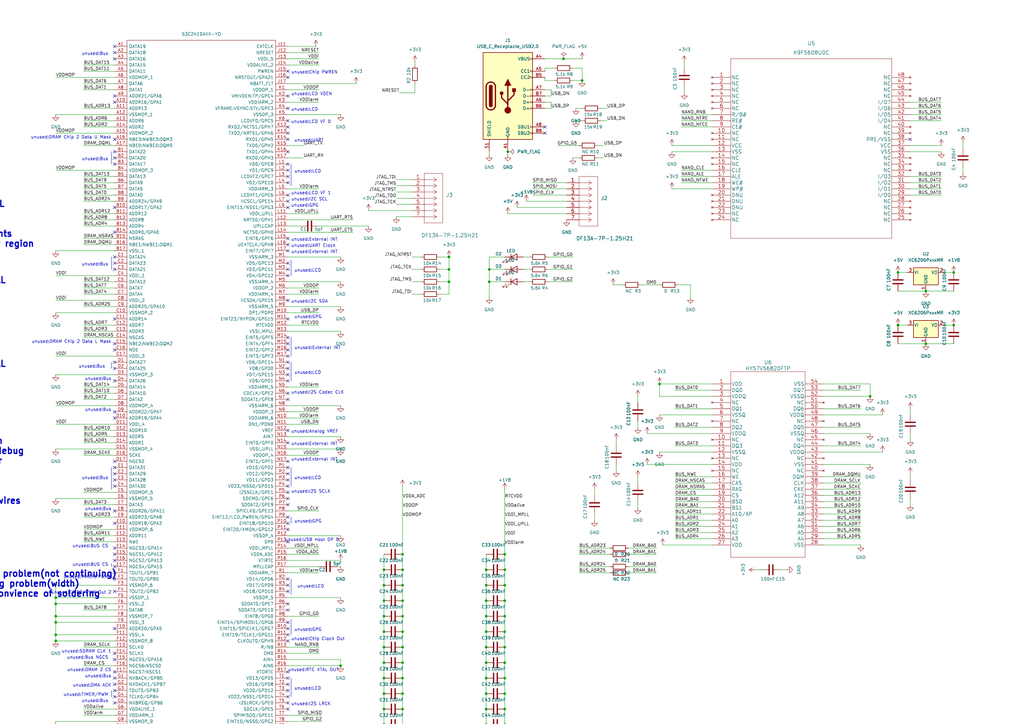
<source format=kicad_sch>
(kicad_sch (version 20230121) (generator eeschema)
  (paper "A3")
  (junction (at 207.01 271.78))
  (junction (at 199.39 259.08))
  (junction (at 199.39 309.88))
  (junction (at 391.16 133.35))
  (junction (at 165.1 284.48))
  (junction (at 165.1 227.33))
  (junction (at 44.45 383.54))
  (junction (at 165.1 233.68))
  (junction (at 157.48 240.03))
  (junction (at 139.7 313.69))
  (junction (at 207.01 252.73))
  (junction (at 22.86 339.09))
  (junction (at 199.39 252.73))
  (junction (at 199.39 233.68))
  (junction (at 220.98 -29.21))
  (junction (at 203.2 -48.26))
  (junction (at 165.1 259.08))
  (junction (at 184.15 115.57))
  (junction (at 207.01 303.53))
  (junction (at 220.98 -36.83))
  (junction (at 200.66 110.49))
  (junction (at 368.3 133.35))
  (junction (at 157.48 233.68))
  (junction (at 207.01 265.43))
  (junction (at 165.1 240.03))
  (junction (at 22.86 255.27))
  (junction (at 165.1 290.83))
  (junction (at 22.86 260.35))
  (junction (at 157.48 278.13))
  (junction (at 157.48 246.38))
  (junction (at 199.39 240.03))
  (junction (at 199.39 316.23))
  (junction (at 22.86 262.89))
  (junction (at 379.73 119.38))
  (junction (at 157.48 259.08))
  (junction (at 368.3 111.76))
  (junction (at 379.73 140.97))
  (junction (at 207.01 227.33))
  (junction (at 199.39 290.83))
  (junction (at 165.1 246.38))
  (junction (at 207.01 309.88))
  (junction (at 207.01 278.13))
  (junction (at 200.66 115.57))
  (junction (at 139.7 318.77))
  (junction (at 238.76 33.02))
  (junction (at 207.01 -29.21))
  (junction (at 184.15 110.49))
  (junction (at 207.01 259.08))
  (junction (at 22.86 245.11))
  (junction (at 199.39 265.43))
  (junction (at 165.1 252.73))
  (junction (at 199.39 246.38))
  (junction (at 207.01 240.03))
  (junction (at 157.48 271.78))
  (junction (at 199.39 278.13))
  (junction (at 139.7 316.23))
  (junction (at 165.1 278.13))
  (junction (at 22.86 247.65))
  (junction (at 157.48 297.18))
  (junction (at 132.08 361.95))
  (junction (at 199.39 271.78))
  (junction (at 165.1 271.78))
  (junction (at 207.01 284.48))
  (junction (at 132.08 359.41))
  (junction (at 199.39 297.18))
  (junction (at 139.7 311.15))
  (junction (at 157.48 252.73))
  (junction (at 356.87 162.56))
  (junction (at 391.16 111.76))
  (junction (at 22.86 252.73))
  (junction (at 207.01 246.38))
  (junction (at 199.39 284.48))
  (junction (at 184.15 105.41))
  (junction (at 157.48 284.48))
  (junction (at 231.14 24.13))
  (junction (at 207.01 233.68))
  (junction (at 238.76 -59.69))
  (junction (at 270.51 157.48))
  (junction (at 199.39 303.53))
  (junction (at 207.01 297.18))
  (junction (at 132.08 356.87))
  (junction (at 207.01 290.83))
  (junction (at 208.28 62.23))
  (junction (at 157.48 290.83))
  (junction (at 139.7 273.05))
  (junction (at 157.48 265.43))
  (junction (at 165.1 265.43))
  (no_connect (at 46.99 151.13))
  (no_connect (at 118.11 31.75))
  (no_connect (at 118.11 80.01))
  (no_connect (at 46.99 67.31))
  (no_connect (at 46.99 95.25))
  (no_connect (at 118.11 262.89))
  (no_connect (at 46.99 143.51))
  (no_connect (at 118.11 250.19))
  (no_connect (at 46.99 168.91))
  (no_connect (at 118.11 54.61))
  (no_connect (at 118.11 255.27))
  (no_connect (at 118.11 85.09))
  (no_connect (at 46.99 270.51))
  (no_connect (at 118.11 138.43))
  (no_connect (at 228.6 -49.53))
  (no_connect (at 118.11 29.21))
  (no_connect (at 46.99 257.81))
  (no_connect (at 46.99 64.77))
  (no_connect (at 118.11 214.63))
  (no_connect (at 118.11 140.97))
  (no_connect (at 118.11 260.35))
  (no_connect (at 118.11 222.25))
  (no_connect (at 46.99 283.21))
  (no_connect (at 46.99 323.85))
  (no_connect (at 118.11 207.01))
  (no_connect (at 118.11 204.47))
  (no_connect (at 187.96 -26.67))
  (no_connect (at 118.11 82.55))
  (no_connect (at 46.99 62.23))
  (no_connect (at 118.11 217.17))
  (no_connect (at 46.99 224.79))
  (no_connect (at 118.11 62.23))
  (no_connect (at 46.99 359.41))
  (no_connect (at 118.11 97.79))
  (no_connect (at 46.99 199.39))
  (no_connect (at 46.99 24.13))
  (no_connect (at 46.99 191.77))
  (no_connect (at 46.99 110.49))
  (no_connect (at 248.92 -41.91))
  (no_connect (at 118.11 163.83))
  (no_connect (at 46.99 148.59))
  (no_connect (at 118.11 346.71))
  (no_connect (at 118.11 349.25))
  (no_connect (at 46.99 156.21))
  (no_connect (at 46.99 237.49))
  (no_connect (at 187.96 -29.21))
  (no_connect (at 118.11 143.51))
  (no_connect (at 223.52 54.61))
  (no_connect (at 223.52 52.07))
  (no_connect (at 46.99 189.23))
  (no_connect (at 118.11 130.81))
  (no_connect (at 118.11 344.17))
  (no_connect (at 118.11 212.09))
  (no_connect (at 46.99 140.97))
  (no_connect (at 118.11 201.93))
  (no_connect (at 118.11 334.01))
  (no_connect (at 46.99 288.29))
  (no_connect (at 46.99 278.13))
  (no_connect (at 118.11 161.29))
  (no_connect (at 46.99 194.31))
  (no_connect (at 46.99 229.87))
  (no_connect (at 118.11 189.23))
  (no_connect (at 118.11 123.19))
  (no_connect (at 46.99 41.91))
  (no_connect (at 46.99 39.37))
  (no_connect (at 118.11 247.65))
  (no_connect (at 248.92 -39.37))
  (no_connect (at 46.99 354.33))
  (no_connect (at 46.99 318.77))
  (no_connect (at 46.99 285.75))
  (no_connect (at 118.11 275.59))
  (no_connect (at 118.11 288.29))
  (no_connect (at 46.99 85.09))
  (no_connect (at 46.99 298.45))
  (no_connect (at 46.99 105.41))
  (no_connect (at 373.38 57.15))
  (no_connect (at 118.11 290.83))
  (no_connect (at 118.11 39.37))
  (no_connect (at 46.99 107.95))
  (no_connect (at 118.11 181.61))
  (no_connect (at 118.11 49.53))
  (no_connect (at 46.99 349.25))
  (no_connect (at 118.11 242.57))
  (no_connect (at 118.11 240.03))
  (no_connect (at 118.11 237.49))
  (no_connect (at 118.11 323.85))
  (no_connect (at 118.11 321.31))
  (no_connect (at 118.11 326.39))
  (no_connect (at 118.11 278.13))
  (no_connect (at 118.11 283.21))
  (no_connect (at 118.11 280.67))
  (no_connect (at 118.11 285.75))
  (no_connect (at 118.11 199.39))
  (no_connect (at 118.11 196.85))
  (no_connect (at 118.11 191.77))
  (no_connect (at 118.11 194.31))
  (no_connect (at 118.11 44.45))
  (no_connect (at 118.11 156.21))
  (no_connect (at 118.11 153.67))
  (no_connect (at 118.11 151.13))
  (no_connect (at 118.11 113.03))
  (no_connect (at 118.11 110.49))
  (no_connect (at 118.11 107.95))
  (no_connect (at 118.11 148.59))
  (no_connect (at 118.11 146.05))
  (no_connect (at 118.11 72.39))
  (no_connect (at 118.11 69.85))
  (no_connect (at 118.11 67.31))
  (no_connect (at 118.11 74.93))
  (no_connect (at 46.99 214.63))
  (no_connect (at 46.99 275.59))
  (no_connect (at 46.99 280.67))
  (no_connect (at 46.99 232.41))
  (no_connect (at 46.99 171.45))
  (no_connect (at 118.11 331.47))
  (no_connect (at 118.11 102.87))
  (no_connect (at 46.99 196.85))
  (no_connect (at 118.11 100.33))
  (no_connect (at 46.99 57.15))
  (no_connect (at 46.99 19.05))
  (no_connect (at 46.99 21.59))
  (no_connect (at 46.99 321.31))
  (no_connect (at 118.11 57.15))
  (no_connect (at 118.11 303.53))
  (no_connect (at 118.11 306.07))
  (no_connect (at 46.99 242.57))
  (no_connect (at 46.99 234.95))
  (no_connect (at 46.99 227.33))
  (no_connect (at 46.99 267.97))
  (no_connect (at 46.99 209.55))
  (no_connect (at 248.92 -36.83))
  (no_connect (at 118.11 257.81))
  (no_connect (at 118.11 176.53))
  (no_connect (at 118.11 300.99))
  (no_connect (at 118.11 52.07))
  (no_connect (at 248.92 -34.29))
  (no_connect (at 46.99 130.81))
  (wire (pts (xy 34.29 250.19) (xy 46.99 250.19)))
  (wire (pts (xy 223.52 29.21) (xy 223.52 27.94)))
  (wire (pts (xy 394.97 58.42) (xy 394.97 60.96)))
  (wire (pts (xy 22.86 184.15) (xy 46.99 184.15)))
  (wire (pts (xy 118.11 351.79) (xy 144.78 351.79)))
  (wire (pts (xy 34.29 80.01) (xy 46.99 80.01)))
  (wire (pts (xy 238.76 27.94) (xy 238.76 33.02)))
  (wire (pts (xy 199.39 265.43) (xy 199.39 271.78)))
  (wire (pts (xy 180.34 105.41) (xy 184.15 105.41)))
  (wire (pts (xy 34.29 34.29) (xy 46.99 34.29)))
  (wire (pts (xy 248.92 -52.07) (xy 259.08 -52.07)))
  (wire (pts (xy 144.78 95.25) (xy 118.11 95.25)))
  (wire (pts (xy 22.86 54.61) (xy 46.99 54.61)))
  (wire (pts (xy 243.84 200.66) (xy 243.84 203.2)))
  (wire (pts (xy 275.59 62.23) (xy 292.1 62.23)))
  (wire (pts (xy 168.91 105.41) (xy 172.72 105.41)))
  (wire (pts (xy 208.28 63.5) (xy 208.28 62.23)))
  (wire (pts (xy 124.46 64.77) (xy 118.11 64.77)))
  (wire (pts (xy 118.11 46.99) (xy 139.7 46.99)))
  (wire (pts (xy 118.11 125.73) (xy 139.7 125.73)))
  (wire (pts (xy 276.86 167.64) (xy 292.1 167.64)))
  (wire (pts (xy 236.22 -59.69) (xy 238.76 -59.69)))
  (wire (pts (xy 157.48 297.18) (xy 157.48 306.07)))
  (wire (pts (xy 22.86 69.85) (xy 46.99 69.85)))
  (wire (pts (xy 34.29 176.53) (xy 46.99 176.53)))
  (wire (pts (xy 34.29 290.83) (xy 46.99 290.83)))
  (wire (pts (xy 257.81 227.33) (xy 269.24 227.33)))
  (wire (pts (xy 162.56 73.66) (xy 168.91 73.66)))
  (wire (pts (xy 379.73 140.97) (xy 391.16 140.97)))
  (wire (pts (xy 118.11 313.69) (xy 139.7 313.69)))
  (wire (pts (xy 368.3 133.35) (xy 372.11 133.35)))
  (wire (pts (xy 373.38 41.91) (xy 386.08 41.91)))
  (wire (pts (xy 118.11 245.11) (xy 139.7 245.11)))
  (wire (pts (xy 203.2 -53.34) (xy 203.2 -48.26)))
  (wire (pts (xy 207.01 284.48) (xy 207.01 290.83)))
  (wire (pts (xy 165.1 227.33) (xy 165.1 233.68)))
  (polyline (pts (xy 119.38 278.13) (xy 119.38 285.75)))
  (wire (pts (xy 373.38 167.64) (xy 373.38 170.18)))
  (wire (pts (xy 200.66 115.57) (xy 207.01 115.57)))
  (wire (pts (xy 34.29 133.35) (xy 46.99 133.35)))
  (wire (pts (xy 337.82 195.58) (xy 353.06 195.58)))
  (wire (pts (xy 132.08 359.41) (xy 132.08 361.95)))
  (wire (pts (xy 199.39 290.83) (xy 199.39 297.18)))
  (wire (pts (xy 162.56 88.9) (xy 168.91 88.9)))
  (wire (pts (xy 275.59 77.47) (xy 292.1 77.47)))
  (wire (pts (xy 280.67 35.56) (xy 280.67 38.1)))
  (wire (pts (xy 34.29 346.71) (xy 46.99 346.71)))
  (wire (pts (xy 200.66 105.41) (xy 200.66 110.49)))
  (wire (pts (xy 276.86 210.82) (xy 292.1 210.82)))
  (wire (pts (xy 118.11 171.45) (xy 130.81 171.45)))
  (wire (pts (xy 165.1 233.68) (xy 165.1 240.03)))
  (wire (pts (xy 199.39 303.53) (xy 199.39 309.88)))
  (wire (pts (xy 270.51 170.18) (xy 292.1 170.18)))
  (wire (pts (xy 118.11 356.87) (xy 132.08 356.87)))
  (wire (pts (xy 165.1 252.73) (xy 165.1 259.08)))
  (wire (pts (xy 22.86 173.99) (xy 46.99 173.99)))
  (wire (pts (xy 118.11 184.15) (xy 139.7 184.15)))
  (wire (pts (xy 162.56 76.2) (xy 168.91 76.2)))
  (wire (pts (xy 165.1 246.38) (xy 165.1 252.73)))
  (wire (pts (xy 251.46 116.84) (xy 255.27 116.84)))
  (wire (pts (xy 34.29 308.61) (xy 46.99 308.61)))
  (wire (pts (xy 34.29 313.69) (xy 46.99 313.69)))
  (wire (pts (xy 220.98 -29.21) (xy 228.6 -29.21)))
  (wire (pts (xy 22.86 260.35) (xy 22.86 262.89)))
  (wire (pts (xy 257.81 232.41) (xy 269.24 232.41)))
  (wire (pts (xy 373.38 46.99) (xy 386.08 46.99)))
  (wire (pts (xy 373.38 77.47) (xy 386.08 77.47)))
  (wire (pts (xy 187.96 -36.83) (xy 190.5 -36.83)))
  (wire (pts (xy 118.11 224.79) (xy 130.81 224.79)))
  (wire (pts (xy 118.11 295.91) (xy 132.08 295.91)))
  (wire (pts (xy 208.28 87.63) (xy 232.41 87.63)))
  (wire (pts (xy 223.52 31.75) (xy 223.52 33.02)))
  (wire (pts (xy 373.38 59.69) (xy 386.08 59.69)))
  (wire (pts (xy 162.56 81.28) (xy 168.91 81.28)))
  (wire (pts (xy 34.29 181.61) (xy 46.99 181.61)))
  (wire (pts (xy 118.11 158.75) (xy 130.81 158.75)))
  (wire (pts (xy 118.11 186.69) (xy 130.81 186.69)))
  (wire (pts (xy 118.11 328.93) (xy 139.7 328.93)))
  (wire (pts (xy 34.29 212.09) (xy 46.99 212.09)))
  (wire (pts (xy 118.11 252.73) (xy 130.81 252.73)))
  (wire (pts (xy 34.29 163.83) (xy 46.99 163.83)))
  (wire (pts (xy 283.21 116.84) (xy 283.21 121.92)))
  (wire (pts (xy 34.29 336.55) (xy 46.99 336.55)))
  (wire (pts (xy 22.86 339.09) (xy 22.86 334.01)))
  (wire (pts (xy 356.87 157.48) (xy 356.87 162.56)))
  (wire (pts (xy 22.86 316.23) (xy 46.99 316.23)))
  (wire (pts (xy 187.96 -44.45) (xy 190.5 -44.45)))
  (wire (pts (xy 118.11 354.33) (xy 132.08 354.33)))
  (wire (pts (xy 199.39 259.08) (xy 199.39 265.43)))
  (wire (pts (xy 309.88 233.68) (xy 312.42 233.68)))
  (wire (pts (xy 279.4 46.99) (xy 292.1 46.99)))
  (wire (pts (xy 215.9 82.55) (xy 232.41 82.55)))
  (wire (pts (xy 22.86 247.65) (xy 22.86 245.11)))
  (wire (pts (xy 187.96 -48.26) (xy 191.77 -48.26)))
  (wire (pts (xy 22.86 255.27) (xy 46.99 255.27)))
  (wire (pts (xy 373.38 194.31) (xy 373.38 196.85)))
  (wire (pts (xy 118.11 115.57) (xy 139.7 115.57)))
  (wire (pts (xy 248.92 -49.53) (xy 259.08 -49.53)))
  (wire (pts (xy 214.63 115.57) (xy 217.17 115.57)))
  (wire (pts (xy 223.52 39.37) (xy 226.06 39.37)))
  (wire (pts (xy 207.01 271.78) (xy 207.01 278.13)))
  (wire (pts (xy 22.86 146.05) (xy 46.99 146.05)))
  (polyline (pts (xy 119.38 148.59) (xy 119.38 156.21)))
  (wire (pts (xy 22.86 166.37) (xy 46.99 166.37)))
  (wire (pts (xy 118.11 24.13) (xy 130.81 24.13)))
  (wire (pts (xy 22.86 255.27) (xy 22.86 252.73)))
  (wire (pts (xy 218.44 80.01) (xy 232.41 80.01)))
  (wire (pts (xy 165.1 199.39) (xy 165.1 227.33)))
  (wire (pts (xy 261.62 205.74) (xy 261.62 208.28)))
  (polyline (pts (xy 119.38 67.31) (xy 119.38 76.2)))
  (wire (pts (xy 238.76 -59.69) (xy 238.76 -57.15)))
  (wire (pts (xy 22.86 240.03) (xy 46.99 240.03)))
  (wire (pts (xy 170.18 25.4) (xy 170.18 26.67)))
  (wire (pts (xy 337.82 220.98) (xy 353.06 220.98)))
  (wire (pts (xy 190.5 -39.37) (xy 190.5 -36.83)))
  (wire (pts (xy 118.11 219.71) (xy 139.7 219.71)))
  (wire (pts (xy 118.11 298.45) (xy 139.7 298.45)))
  (wire (pts (xy 387.35 133.35) (xy 391.16 133.35)))
  (wire (pts (xy 279.4 69.85) (xy 292.1 69.85)))
  (wire (pts (xy 157.48 271.78) (xy 157.48 278.13)))
  (wire (pts (xy 118.11 232.41) (xy 130.81 232.41)))
  (wire (pts (xy 34.29 331.47) (xy 46.99 331.47)))
  (wire (pts (xy 218.44 77.47) (xy 232.41 77.47)))
  (wire (pts (xy 34.29 90.17) (xy 46.99 90.17)))
  (wire (pts (xy 280.67 25.4) (xy 280.67 27.94)))
  (wire (pts (xy 118.11 41.91) (xy 130.81 41.91)))
  (polyline (pts (xy 45.72 191.77) (xy 45.72 200.66)))
  (wire (pts (xy 34.29 138.43) (xy 46.99 138.43)))
  (wire (pts (xy 199.39 284.48) (xy 199.39 290.83)))
  (wire (pts (xy 118.11 77.47) (xy 130.81 77.47)))
  (wire (pts (xy 34.29 100.33) (xy 46.99 100.33)))
  (polyline (pts (xy 119.38 138.43) (xy 119.38 146.05)))
  (wire (pts (xy 237.49 234.95) (xy 250.19 234.95)))
  (wire (pts (xy 320.04 233.68) (xy 322.58 233.68)))
  (wire (pts (xy 219.71 -41.91) (xy 228.6 -41.91)))
  (wire (pts (xy 34.29 303.53) (xy 46.99 303.53)))
  (wire (pts (xy 34.29 49.53) (xy 46.99 49.53)))
  (wire (pts (xy 34.29 186.69) (xy 46.99 186.69)))
  (polyline (pts (xy 45.72 231.14) (xy 45.72 232.41)))
  (wire (pts (xy 118.11 341.63) (xy 132.08 341.63)))
  (wire (pts (xy 231.14 24.13) (xy 238.76 24.13)))
  (wire (pts (xy 252.73 180.34) (xy 252.73 182.88)))
  (wire (pts (xy 337.82 215.9) (xy 353.06 215.9)))
  (polyline (pts (xy 119.38 237.49) (xy 119.38 243.84)))
  (wire (pts (xy 34.29 87.63) (xy 46.99 87.63)))
  (wire (pts (xy 118.11 118.11) (xy 130.81 118.11)))
  (wire (pts (xy 187.96 -41.91) (xy 190.5 -41.91)))
  (wire (pts (xy 22.86 247.65) (xy 46.99 247.65)))
  (wire (pts (xy 168.91 115.57) (xy 172.72 115.57)))
  (wire (pts (xy 214.63 105.41) (xy 217.17 105.41)))
  (wire (pts (xy 199.39 252.73) (xy 199.39 259.08)))
  (wire (pts (xy 118.11 293.37) (xy 132.08 293.37)))
  (polyline (pts (xy 45.72 234.95) (xy 45.72 237.49)))
  (wire (pts (xy 157.48 252.73) (xy 157.48 259.08)))
  (wire (pts (xy 163.83 38.1) (xy 170.18 38.1)))
  (wire (pts (xy 34.29 97.79) (xy 46.99 97.79)))
  (wire (pts (xy 207.01 -29.21) (xy 207.01 -36.83)))
  (wire (pts (xy 207.01 227.33) (xy 207.01 233.68)))
  (wire (pts (xy 243.84 210.82) (xy 243.84 213.36)))
  (wire (pts (xy 34.29 92.71) (xy 46.99 92.71)))
  (wire (pts (xy 246.38 44.45) (xy 248.92 44.45)))
  (wire (pts (xy 237.49 224.79) (xy 250.19 224.79)))
  (polyline (pts (xy 45.72 105.41) (xy 45.72 110.49)))
  (wire (pts (xy 207.01 200.66) (xy 207.01 227.33)))
  (wire (pts (xy 118.11 135.89) (xy 139.7 135.89)))
  (wire (pts (xy 187.96 -53.34) (xy 191.77 -53.34)))
  (wire (pts (xy 168.91 120.65) (xy 172.72 120.65)))
  (wire (pts (xy 217.17 -36.83) (xy 220.98 -36.83)))
  (wire (pts (xy 22.86 252.73) (xy 46.99 252.73)))
  (wire (pts (xy 276.86 182.88) (xy 292.1 182.88)))
  (wire (pts (xy 34.29 52.07) (xy 46.99 52.07)))
  (wire (pts (xy 118.11 308.61) (xy 139.7 308.61)))
  (wire (pts (xy 22.86 123.19) (xy 46.99 123.19)))
  (wire (pts (xy 44.45 383.54) (xy 44.45 375.92)))
  (wire (pts (xy 373.38 177.8) (xy 373.38 180.34)))
  (wire (pts (xy 34.29 361.95) (xy 46.99 361.95)))
  (wire (pts (xy 276.86 208.28) (xy 292.1 208.28)))
  (wire (pts (xy 151.13 86.36) (xy 168.91 86.36)))
  (wire (pts (xy 248.92 -31.75) (xy 255.27 -31.75)))
  (polyline (pts (xy 119.38 191.77) (xy 119.38 199.39)))
  (wire (pts (xy 118.11 92.71) (xy 123.19 92.71)))
  (wire (pts (xy 276.86 160.02) (xy 292.1 160.02)))
  (polyline (pts (xy 119.38 321.31) (xy 119.38 326.39)))
  (wire (pts (xy 22.86 339.09) (xy 46.99 339.09)))
  (wire (pts (xy 337.82 190.5) (xy 356.87 190.5)))
  (wire (pts (xy 22.86 245.11) (xy 46.99 245.11)))
  (wire (pts (xy 368.3 140.97) (xy 379.73 140.97)))
  (wire (pts (xy 207.01 303.53) (xy 207.01 309.88)))
  (wire (pts (xy 34.29 115.57) (xy 46.99 115.57)))
  (wire (pts (xy 245.11 64.77) (xy 247.65 64.77)))
  (wire (pts (xy 34.29 125.73) (xy 46.99 125.73)))
  (polyline (pts (xy 119.38 212.09) (xy 119.38 214.63)))
  (wire (pts (xy 118.11 26.67) (xy 130.81 26.67)))
  (wire (pts (xy 218.44 74.93) (xy 232.41 74.93)))
  (wire (pts (xy 130.81 92.71) (xy 151.13 92.71)))
  (wire (pts (xy 34.29 293.37) (xy 46.99 293.37)))
  (wire (pts (xy 118.11 209.55) (xy 130.81 209.55)))
  (wire (pts (xy 337.82 218.44) (xy 353.06 218.44)))
  (wire (pts (xy 337.82 157.48) (xy 356.87 157.48)))
  (wire (pts (xy 199.39 -48.26) (xy 203.2 -48.26)))
  (wire (pts (xy 200.66 105.41) (xy 207.01 105.41)))
  (wire (pts (xy 180.34 115.57) (xy 184.15 115.57)))
  (wire (pts (xy 373.38 62.23) (xy 386.08 62.23)))
  (wire (pts (xy 184.15 120.65) (xy 184.15 115.57)))
  (wire (pts (xy 34.29 356.87) (xy 46.99 356.87)))
  (wire (pts (xy 34.29 161.29) (xy 46.99 161.29)))
  (wire (pts (xy 34.29 273.05) (xy 46.99 273.05)))
  (wire (pts (xy 172.72 -17.78) (xy 172.72 -19.05)))
  (wire (pts (xy 118.11 166.37) (xy 139.7 166.37)))
  (wire (pts (xy 223.52 33.02) (xy 227.33 33.02)))
  (wire (pts (xy 34.29 217.17) (xy 46.99 217.17)))
  (wire (pts (xy 118.11 90.17) (xy 144.78 90.17)))
  (wire (pts (xy 228.6 -31.75) (xy 228.6 -29.21)))
  (wire (pts (xy 168.91 110.49) (xy 172.72 110.49)))
  (wire (pts (xy 387.35 111.76) (xy 391.16 111.76)))
  (wire (pts (xy 34.29 118.11) (xy 46.99 118.11)))
  (wire (pts (xy 200.66 110.49) (xy 200.66 115.57)))
  (polyline (pts (xy 119.38 254) (xy 119.38 260.35)))
  (wire (pts (xy 199.39 -53.34) (xy 203.2 -53.34)))
  (wire (pts (xy 278.13 116.84) (xy 283.21 116.84)))
  (wire (pts (xy 34.29 135.89) (xy 46.99 135.89)))
  (wire (pts (xy 279.4 74.93) (xy 292.1 74.93)))
  (wire (pts (xy 337.82 210.82) (xy 353.06 210.82)))
  (wire (pts (xy 234.95 33.02) (xy 238.76 33.02)))
  (wire (pts (xy 257.81 234.95) (xy 269.24 234.95)))
  (wire (pts (xy 118.11 339.09) (xy 132.08 339.09)))
  (wire (pts (xy 118.11 87.63) (xy 130.81 87.63)))
  (wire (pts (xy 373.38 80.01) (xy 386.08 80.01)))
  (wire (pts (xy 34.29 158.75) (xy 46.99 158.75)))
  (wire (pts (xy 207.01 252.73) (xy 207.01 259.08)))
  (wire (pts (xy 238.76 -60.96) (xy 238.76 -59.69)))
  (wire (pts (xy 130.81 21.59) (xy 118.11 21.59)))
  (wire (pts (xy 22.86 295.91) (xy 46.99 295.91)))
  (wire (pts (xy 368.3 119.38) (xy 379.73 119.38)))
  (wire (pts (xy 373.38 44.45) (xy 386.08 44.45)))
  (wire (pts (xy 118.11 267.97) (xy 130.81 267.97)))
  (wire (pts (xy 236.22 44.45) (xy 238.76 44.45)))
  (polyline (pts (xy 45.72 148.59) (xy 45.72 151.13)))
  (wire (pts (xy 207.01 259.08) (xy 207.01 265.43)))
  (wire (pts (xy 34.29 82.55) (xy 46.99 82.55)))
  (wire (pts (xy 212.09 85.09) (xy 232.41 85.09)))
  (wire (pts (xy 379.73 119.38) (xy 391.16 119.38)))
  (wire (pts (xy 270.51 185.42) (xy 292.1 185.42)))
  (wire (pts (xy 337.82 213.36) (xy 353.06 213.36)))
  (wire (pts (xy 219.71 -44.45) (xy 228.6 -44.45)))
  (wire (pts (xy 337.82 175.26) (xy 353.06 175.26)))
  (wire (pts (xy 118.11 105.41) (xy 139.7 105.41)))
  (wire (pts (xy 46.99 262.89) (xy 22.86 262.89)))
  (wire (pts (xy 337.82 205.74) (xy 353.06 205.74)))
  (wire (pts (xy 223.52 27.94) (xy 227.33 27.94)))
  (wire (pts (xy 199.39 246.38) (xy 199.39 252.73)))
  (wire (pts (xy 118.11 227.33) (xy 130.81 227.33)))
  (wire (pts (xy 207.01 309.88) (xy 207.01 316.23)))
  (wire (pts (xy 276.86 218.44) (xy 292.1 218.44)))
  (wire (pts (xy 223.52 41.91) (xy 226.06 41.91)))
  (wire (pts (xy 118.11 179.07) (xy 139.7 179.07)))
  (wire (pts (xy 207.01 246.38) (xy 207.01 252.73)))
  (wire (pts (xy 34.29 326.39) (xy 46.99 326.39)))
  (polyline (pts (xy 45.72 318.77) (xy 45.72 323.85)))
  (wire (pts (xy 200.66 63.5) (xy 200.66 62.23)))
  (wire (pts (xy 265.43 177.8) (xy 292.1 177.8)))
  (wire (pts (xy 207.01 -36.83) (xy 209.55 -36.83)))
  (wire (pts (xy 252.73 190.5) (xy 252.73 193.04)))
  (wire (pts (xy 276.86 195.58) (xy 292.1 195.58)))
  (wire (pts (xy 373.38 74.93) (xy 386.08 74.93)))
  (wire (pts (xy 180.34 120.65) (xy 184.15 120.65)))
  (wire (pts (xy 165.1 290.83) (xy 165.1 297.18)))
  (wire (pts (xy 276.86 198.12) (xy 292.1 198.12)))
  (wire (pts (xy 337.82 160.02) (xy 353.06 160.02)))
  (wire (pts (xy 157.48 246.38) (xy 157.48 252.73)))
  (wire (pts (xy 187.96 -52.07) (xy 187.96 -53.34)))
  (wire (pts (xy 184.15 115.57) (xy 184.15 110.49)))
  (wire (pts (xy 118.11 120.65) (xy 130.81 120.65)))
  (wire (pts (xy 224.79 115.57) (xy 234.95 115.57)))
  (wire (pts (xy 157.48 240.03) (xy 157.48 246.38)))
  (wire (pts (xy 394.97 68.58) (xy 394.97 71.12)))
  (wire (pts (xy 139.7 316.23) (xy 139.7 318.77)))
  (wire (pts (xy 22.86 128.27) (xy 46.99 128.27)))
  (wire (pts (xy 34.29 265.43) (xy 46.99 265.43)))
  (wire (pts (xy 262.89 116.84) (xy 270.51 116.84)))
  (wire (pts (xy 34.29 26.67) (xy 46.99 26.67)))
  (wire (pts (xy 234.95 64.77) (xy 237.49 64.77)))
  (wire (pts (xy 118.11 229.87) (xy 139.7 229.87)))
  (wire (pts (xy 22.86 260.35) (xy 22.86 255.27)))
  (wire (pts (xy 223.52 24.13) (xy 231.14 24.13)))
  (wire (pts (xy 34.29 344.17) (xy 46.99 344.17)))
  (wire (pts (xy 207.01 -29.21) (xy 209.55 -29.21)))
  (wire (pts (xy 207.01 265.43) (xy 207.01 271.78)))
  (wire (pts (xy 118.11 336.55) (xy 132.08 336.55)))
  (wire (pts (xy 34.29 44.45) (xy 46.99 44.45)))
  (wire (pts (xy 276.86 205.74) (xy 292.1 205.74)))
  (wire (pts (xy 22.86 252.73) (xy 22.86 247.65)))
  (wire (pts (xy 261.62 172.72) (xy 261.62 175.26)))
  (wire (pts (xy 214.63 110.49) (xy 217.17 110.49)))
  (wire (pts (xy 224.79 110.49) (xy 234.95 110.49)))
  (wire (pts (xy 22.86 31.75) (xy 46.99 31.75)))
  (wire (pts (xy 257.81 224.79) (xy 269.24 224.79)))
  (wire (pts (xy 34.29 77.47) (xy 46.99 77.47)))
  (wire (pts (xy 246.38 49.53) (xy 248.92 49.53)))
  (wire (pts (xy 34.29 74.93) (xy 46.99 74.93)))
  (wire (pts (xy 223.52 36.83) (xy 226.06 36.83)))
  (wire (pts (xy 279.4 52.07) (xy 292.1 52.07)))
  (wire (pts (xy 207.01 233.68) (xy 207.01 240.03)))
  (wire (pts (xy 337.82 198.12) (xy 353.06 198.12)))
  (wire (pts (xy 139.7 313.69) (xy 139.7 316.23)))
  (wire (pts (xy 261.62 195.58) (xy 261.62 198.12)))
  (wire (pts (xy 234.95 27.94) (xy 238.76 27.94)))
  (wire (pts (xy 190.5 -44.45) (xy 190.5 -41.91)))
  (wire (pts (xy 95.25 379.73) (xy 100.33 379.73)))
  (wire (pts (xy 124.46 59.69) (xy 118.11 59.69)))
  (wire (pts (xy 165.1 265.43) (xy 165.1 271.78)))
  (wire (pts (xy 337.82 162.56) (xy 356.87 162.56)))
  (wire (pts (xy 157.48 284.48) (xy 157.48 290.83)))
  (wire (pts (xy 138.43 232.41) (xy 139.7 232.41)))
  (wire (pts (xy 165.1 271.78) (xy 165.1 278.13)))
  (wire (pts (xy 368.3 111.76) (xy 372.11 111.76)))
  (wire (pts (xy 276.86 203.2) (xy 292.1 203.2)))
  (wire (pts (xy 34.29 311.15) (xy 46.99 311.15)))
  (wire (pts (xy 276.86 220.98) (xy 292.1 220.98)))
  (wire (pts (xy 118.11 318.77) (xy 139.7 318.77)))
  (wire (pts (xy 22.86 153.67) (xy 46.99 153.67)))
  (wire (pts (xy 373.38 204.47) (xy 373.38 207.01)))
  (wire (pts (xy 118.11 359.41) (xy 132.08 359.41)))
  (wire (pts (xy 118.11 234.95) (xy 130.81 234.95)))
  (wire (pts (xy 107.95 379.73) (xy 114.3 379.73)))
  (wire (pts (xy 157.48 265.43) (xy 157.48 271.78)))
  (wire (pts (xy 170.18 34.29) (xy 170.18 38.1)))
  (wire (pts (xy 44.45 383.54) (xy 50.8 383.54)))
  (wire (pts (xy 22.86 204.47) (xy 46.99 204.47)))
  (wire (pts (xy 34.29 59.69) (xy 46.99 59.69)))
  (polyline (pts (xy 119.38 331.47) (xy 119.38 334.01)))
  (wire (pts (xy 200.66 110.49) (xy 207.01 110.49)))
  (wire (pts (xy 337.82 203.2) (xy 353.06 203.2)))
  (wire (pts (xy 270.51 157.48) (xy 292.1 157.48)))
  (wire (pts (xy 34.29 341.63) (xy 46.99 341.63)))
  (wire (pts (xy 118.11 173.99) (xy 130.81 173.99)))
  (wire (pts (xy 165.1 278.13) (xy 165.1 284.48)))
  (wire (pts (xy 337.82 223.52) (xy 353.06 223.52)))
  (wire (pts (xy 157.48 233.68) (xy 157.48 240.03)))
  (wire (pts (xy 279.4 49.53) (xy 292.1 49.53)))
  (wire (pts (xy 58.42 375.92) (xy 62.23 375.92)))
  (wire (pts (xy 276.86 200.66) (xy 292.1 200.66)))
  (wire (pts (xy 275.59 59.69) (xy 292.1 59.69)))
  (wire (pts (xy 207.01 297.18) (xy 207.01 303.53)))
  (wire (pts (xy 44.45 375.92) (xy 50.8 375.92)))
  (wire (pts (xy 207.01 290.83) (xy 207.01 297.18)))
  (wire (pts (xy 118.11 168.91) (xy 130.81 168.91)))
  (wire (pts (xy 279.4 72.39) (xy 292.1 72.39)))
  (wire (pts (xy 157.48 227.33) (xy 157.48 233.68)))
  (wire (pts (xy 199.39 240.03) (xy 199.39 246.38)))
  (wire (pts (xy 139.7 270.51) (xy 139.7 273.05)))
  (wire (pts (xy 337.82 185.42) (xy 361.95 185.42)))
  (wire (pts (xy 276.86 215.9) (xy 292.1 215.9)))
  (wire (pts (xy 118.11 19.05) (xy 129.54 19.05)))
  (wire (pts (xy 373.38 49.53) (xy 386.08 49.53)))
  (wire (pts (xy 132.08 354.33) (xy 132.08 356.87)))
  (wire (pts (xy 118.11 361.95) (xy 132.08 361.95)))
  (wire (pts (xy 237.49 227.33) (xy 250.19 227.33)))
  (wire (pts (xy 187.96 -39.37) (xy 190.5 -39.37)))
  (wire (pts (xy 224.79 105.41) (xy 234.95 105.41)))
  (wire (pts (xy 287.02 -39.37) (xy 287.02 -36.83)))
  (wire (pts (xy 236.22 -57.15) (xy 236.22 -59.69)))
  (wire (pts (xy 245.11 59.69) (xy 247.65 59.69)))
  (wire (pts (xy 118.11 316.23) (xy 139.7 316.23)))
  (wire (pts (xy 118.11 133.35) (xy 130.81 133.35)))
  (wire (pts (xy 22.86 334.01) (xy 46.99 334.01)))
  (wire (pts (xy 373.38 72.39) (xy 386.08 72.39)))
  (wire (pts (xy 22.86 260.35) (xy 46.99 260.35)))
  (wire (pts (xy 157.48 259.08) (xy 157.48 265.43)))
  (wire (pts (xy 118.11 273.05) (xy 139.7 273.05)))
  (polyline (pts (xy 119.38 106.68) (xy 119.38 113.03)))
  (wire (pts (xy 34.29 328.93) (xy 46.99 328.93)))
  (wire (pts (xy 34.29 201.93) (xy 46.99 201.93)))
  (wire (pts (xy 223.52 44.45) (xy 226.06 44.45)))
  (wire (pts (xy 22.86 113.03) (xy 46.99 113.03)))
  (wire (pts (xy 118.11 34.29) (xy 146.05 34.29)))
  (polyline (pts (xy 45.72 283.21) (xy 45.72 285.75)))
  (wire (pts (xy 337.82 208.28) (xy 353.06 208.28)))
  (wire (pts (xy 118.11 128.27) (xy 130.81 128.27)))
  (wire (pts (xy 187.96 -49.53) (xy 187.96 -48.26)))
  (wire (pts (xy 199.39 316.23) (xy 199.39 325.12)))
  (wire (pts (xy 162.56 78.74) (xy 168.91 78.74)))
  (wire (pts (xy 34.29 120.65) (xy 46.99 120.65)))
  (wire (pts (xy 207.01 240.03) (xy 207.01 246.38)))
  (wire (pts (xy 207.01 278.13) (xy 207.01 284.48)))
  (wire (pts (xy 237.49 232.41) (xy 250.19 232.41)))
  (wire (pts (xy 34.29 207.01) (xy 46.99 207.01)))
  (wire (pts (xy 34.29 179.07) (xy 46.99 179.07)))
  (wire (pts (xy 292.1 162.56) (xy 270.51 162.56)))
  (wire (pts (xy 199.39 278.13) (xy 199.39 284.48)))
  (wire (pts (xy 22.86 102.87) (xy 46.99 102.87)))
  (wire (pts (xy 220.98 -36.83) (xy 228.6 -36.83)))
  (wire (pts (xy 165.1 284.48) (xy 165.1 290.83)))
  (wire (pts (xy 34.29 300.99) (xy 46.99 300.99)))
  (wire (pts (xy 165.1 240.03) (xy 165.1 246.38)))
  (wire (pts (xy 337.82 200.66) (xy 353.06 200.66)))
  (wire (pts (xy 337.82 170.18) (xy 361.95 170.18)))
  (wire (pts (xy 276.86 213.36) (xy 292.1 213.36)))
  (wire (pts (xy 34.29 222.25) (xy 46.99 222.25)))
  (wire (pts (xy 199.39 227.33) (xy 199.39 233.68)))
  (wire (pts (xy 139.7 311.15) (xy 139.7 313.69)))
  (wire (pts (xy 34.29 29.21) (xy 46.99 29.21)))
  (wire (pts (xy 157.48 278.13) (xy 157.48 284.48)))
  (wire (pts (xy 337.82 177.8) (xy 356.87 177.8)))
  (wire (pts (xy 187.96 -57.15) (xy 203.2 -57.15)))
  (wire (pts (xy 34.29 351.79) (xy 46.99 351.79)))
  (wire (pts (xy 118.11 270.51) (xy 139.7 270.51)))
  (wire (pts (xy 199.39 297.18) (xy 199.39 303.53)))
  (wire (pts (xy 165.1 -17.78) (xy 165.1 -19.05)))
  (wire (pts (xy 139.7 308.61) (xy 139.7 311.15)))
  (wire (pts (xy 200.66 115.57) (xy 200.66 121.92)))
  (wire (pts (xy 34.29 219.71) (xy 46.99 219.71)))
  (wire (pts (xy 271.78 223.52) (xy 292.1 223.52)))
  (wire (pts (xy 199.39 233.68) (xy 199.39 240.03)))
  (wire (pts (xy 255.27 -44.45) (xy 248.92 -44.45)))
  (wire (pts (xy 157.48 290.83) (xy 157.48 297.18)))
  (wire (pts (xy 276.86 175.26) (xy 292.1 175.26)))
  (wire (pts (xy 217.17 -29.21) (xy 220.98 -29.21)))
  (wire (pts (xy 22.86 245.11) (xy 22.86 240.03)))
  (wire (pts (xy 118.11 311.15) (xy 139.7 311.15)))
  (wire (pts (xy 265.43 190.5) (xy 292.1 190.5)))
  (wire (pts (xy 34.29 306.07) (xy 46.99 306.07)))
  (wire (pts (xy 226.06 41.91) (xy 226.06 44.45)))
  (wire (pts (xy 199.39 271.78) (xy 199.39 278.13)))
  (polyline (pts (xy 45.72 62.23) (xy 45.72 67.31)))
  (wire (pts (xy 22.86 46.99) (xy 46.99 46.99)))
  (wire (pts (xy 199.39 309.88) (xy 199.39 316.23)))
  (wire (pts (xy 228.6 59.69) (xy 237.49 59.69)))
  (wire (pts (xy 287.02 -29.21) (xy 287.02 -26.67)))
  (wire (pts (xy 34.29 72.39) (xy 46.99 72.39)))
  (wire (pts (xy 270.51 162.56) (xy 270.51 157.48)))
  (wire (pts (xy 118.11 36.83) (xy 130.81 36.83)))
  (wire (pts (xy 180.34 110.49) (xy 184.15 110.49)))
  (wire (pts (xy 236.22 49.53) (xy 238.76 49.53)))
  (wire (pts (xy 261.62 162.56) (xy 261.62 165.1)))
  (wire (pts (xy 165.1 259.08) (xy 165.1 265.43)))
  (wire (pts (xy 337.82 167.64) (xy 353.06 167.64)))
  (wire (pts (xy 132.08 356.87) (xy 132.08 359.41)))
  (wire (pts (xy 58.42 383.54) (xy 62.23 383.54)))
  (wire (pts (xy 162.56 83.82) (xy 168.91 83.82)))
  (wire (pts (xy 226.06 36.83) (xy 226.06 39.37)))
  (wire (pts (xy 337.82 182.88) (xy 353.06 182.88)))
  (wire (pts (xy 184.15 110.49) (xy 184.15 105.41)))
  (wire (pts (xy 34.29 36.83) (xy 46.99 36.83)))
  (wire (pts (xy 118.11 265.43) (xy 130.81 265.43)))
  (text "unused:DRAM Chip 2 Data U Mask" (at 45.72 57.15 0) (effects (font (size 1.27 1.27)) (justify right bottom)))
  (text "unused:DRAM Chip 2 Data L Mask" (at 45.72 140.97 0) (effects (font (size 1.27 1.27)) (justify right bottom)))
  (text "unused:Bus" (at 45.72 209.55 0) (effects (font (size 1.27 1.27)) (justify right bottom)))
  (text "unused:TIMER/PWM Out 2" (at 45.72 243.84 0) (effects (font (size 1.27 1.27)) (justify right bottom)))
  (text "unused:I2S LRCK" (at 119.38 289.56 0) (effects (font (size 1.27 1.27)) (justify left bottom)))
  (text "unused:LCD" (at 120.65 111.76 0) (effects (font (size 1.27 1.27)) (justify left bottom)))
  (text "unused:UART" (at 120.65 58.42 0) (effects (font (size 1.27 1.27)) (justify left bottom)))
  (text "slarm_cls_2410_v1r2 FINAL APPROVAL\njlywxy @ 2023.3.8" (at -71.12 154.94 0) (effects (font (size 2.54 2.54) (thickness 0.508) bold) (justify left bottom)))
  (text "unused:LCD" (at 120.65 325.12 0) (effects (font (size 1.27 1.27)) (justify left bottom)))
  (text "unused:Bus" (at 45.72 156.21 0) (effects (font (size 1.27 1.27)) (justify right bottom)))
  (text "next:\n0. fix copper region corner\n1. add more GND vias in BGA\n2. fix JTAG socket silkscreens" (at -71.12 137.16 0) (effects (font (size 2.54 2.54) (thickness 0.508) bold) (justify left bottom)))
  (text "unused:Bus" (at 43.18 151.13 0) (effects (font (size 1.27 1.27)) (justify right bottom)))
  (text "unused:LCD" (at 120.65 283.21 0) (effects (font (size 1.27 1.27)) (justify left bottom)))
  (text "SlimARM Almond (cls_2410) \nv2r0 Final Approval\njlywxy @ 2023.4.11\nthis version:\n1. flipped NAND to coplanar position\n2. added second USB-C for serial debug\n3. added GPIO-pull-up resistors for\n USB device port\n4. added configuration resistor for\n larger sdram(64MB max)\n5. add another connector for GPIO wires" (at -71.12 207.01 0) (effects (font (size 2.54 2.54) (thickness 0.508) bold) (justify left bottom)))
  (text "SlimARM Almond (cls_2410) \nv2r1 Final Approval\njlywxy @ 2023.4.20\nthis version:\n1. corrected SDRAM reference plane problem(not continuing)\n2. corrected ARM Core Voltage wiring problem(width)\n3. changed some package for the convience of soldering" (at -71.12 245.11 0) (effects (font (size 2.54 2.54) (thickness 0.508) bold) (justify left bottom)))
  (text "unused:Bus" (at 45.72 168.91 0) (effects (font (size 1.27 1.27)) (justify right bottom)))
  (text "unused:External INT" (at 119.38 104.14 0) (effects (font (size 1.27 1.27)) (justify left bottom)))
  (text "unused:DRAM 2 CS" (at 45.72 275.59 0) (effects (font (size 1.27 1.27)) (justify right bottom)))
  (text "unused:GPG" (at 120.65 130.81 0) (effects (font (size 1.27 1.27)) (justify left bottom)))
  (text "slarm_cls_2410_v1r1 FINAL APPROVAL\njlywxy @ 2023.3.1" (at -71.12 120.65 0) (effects (font (size 2.54 2.54) (thickness 0.508) bold) (justify left bottom)))
  (text "unused:RTC XTAL OUT\n" (at 118.11 275.59 0) (effects (font (size 1.27 1.27)) (justify left bottom)))
  (text "unused:LCD" (at 45.72 349.25 0) (effects (font (size 1.27 1.27)) (justify right bottom)))
  (text "unused:GPG" (at 120.65 259.08 0) (effects (font (size 1.27 1.27)) (justify left bottom)))
  (text "unused:LCD" (at 121.92 241.3 0) (effects (font (size 1.27 1.27)) (justify left bottom)))
  (text "unused:LCD VF 0" (at 119.38 50.8 0) (effects (font (size 1.27 1.27)) (justify left bottom)))
  (text "unused:Bus" (at 44.45 66.04 0) (effects (font (size 1.27 1.27)) (justify right bottom)))
  (text "unused:I2S" (at 120.65 334.01 0) (effects (font (size 1.27 1.27)) (justify left bottom)))
  (text "unused:Chip Clock Out\n" (at 119.38 262.89 0) (effects (font (size 1.27 1.27)) (justify left bottom)))
  (text "unused:External INT" (at 119.38 189.23 0) (effects (font (size 1.27 1.27)) (justify left bottom)))
  (text "unused:USB Host DN 0" (at 119.38 307.34 0) (effects (font (size 1.27 1.27)) (justify left bottom)))
  (text "unused:LCD LEND" (at 45.72 354.33 0) (effects (font (size 1.27 1.27)) (justify right bottom)))
  (text "unused:LCD VF 1" (at 119.38 80.01 0) (effects (font (size 1.27 1.27)) (justify left bottom)))
  (text "unused:LCD VDEN" (at 119.38 39.37 0) (effects (font (size 1.27 1.27)) (justify left bottom)))
  (text "unused:I2C SCL" (at 119.38 82.55 0) (effects (font (size 1.27 1.27)) (justify left bottom)))
  (text "unused:TIMER/PWM" (at 44.45 285.75 0) (effects (font (size 1.27 1.27)) (justify right bottom)))
  (text "unused:LCD" (at 45.72 360.68 0) (effects (font (size 1.27 1.27)) (justify right bottom)))
  (text "unused:LCD" (at 120.65 196.85 0) (effects (font (size 1.27 1.27)) (justify left bottom)))
  (text "unused:GPG" (at 119.38 85.09 0) (effects (font (size 1.27 1.27)) (justify left bottom)))
  (text "unused:GPG" (at 119.38 344.17 0) (effects (font (size 1.27 1.27)) (justify left bottom)))
  (text "unused:LCD" (at 120.65 71.12 0) (effects (font (size 1.27 1.27)) (justify left bottom)))
  (text "unused:LCD" (at 120.65 153.67 0) (effects (font (size 1.27 1.27)) (justify left bottom)))
  (text "unused:Bus" (at 44.45 196.85 0) (effects (font (size 1.27 1.27)) (justify right bottom)))
  (text "unused:Bus" (at 44.45 288.29 0) (effects (font (size 1.27 1.27)) (justify right bottom)))
  (text "unused:BUS CS" (at 44.45 224.79 0) (effects (font (size 1.27 1.27)) (justify right bottom)))
  (text "unused:TIMER/PWM" (at 44.45 237.49 0) (effects (font (size 1.27 1.27)) (justify right bottom)))
  (text "unused:Chip Clock Out" (at 119.38 349.25 0) (effects (font (size 1.27 1.27)) (justify left bottom)))
  (text "unused:Bus" (at 44.45 22.86 0) (effects (font (size 1.27 1.27)) (justify right bottom)))
  (text "unused:I2S Codec CLK\n\n" (at 119.38 163.83 0) (effects (font (size 1.27 1.27)) (justify left bottom)))
  (text "unused:USB Host DP 0" (at 116.84 222.25 0) (effects (font (size 1.27 1.27)) (justify left bottom)))
  (text "unused:DMA ACK\n" (at 45.72 281.94 0) (effects (font (size 1.27 1.27)) (justify right bottom)))
  (text "unused:Chip PWREN" (at 119.38 30.48 0) (effects (font (size 1.27 1.27)) (justify left bottom)))
  (text "unused:External INT" (at 120.65 143.51 0) (effects (font (size 1.27 1.27)) (justify left bottom)))
  (text "next:\n0. rename to SlimARM Classic\n1. shorten board dimension\n2. NAND flip side" (at -71.12 71.12 0) (effects (font (size 2.54 2.54) (thickness 0.508) bold) (justify left bottom)))
  (text "unused:Bus" (at 45.72 278.13 0) (effects (font (size 1.27 1.27)) (justify right bottom)))
  (text "unused:External INT" (at 119.38 99.06 0) (effects (font (size 1.27 1.27)) (justify left bottom)))
  (text "unused:Bus" (at 44.45 109.22 0) (effects (font (size 1.27 1.27)) (justify right bottom)))
  (text "us3c ultra 1.0 FINAL APPROVAL\njlywxy @ 2023.2.5" (at -71.12 54.61 0) (effects (font (size 2.54 2.54) (thickness 0.508) bold) (justify left bottom)))
  (text "unused:Bus NGCS" (at 44.45 270.51 0) (effects (font (size 1.27 1.27)) (justify right bottom)))
  (text "unused:I2S SCLK\n\n" (at 119.38 204.47 0) (effects (font (size 1.27 1.27)) (justify left bottom)))
  (text "unused:GPG" (at 120.65 214.63 0) (effects (font (size 1.27 1.27)) (justify left bottom)))
  (text "unused:SDRAM CLK 1" (at 45.72 267.97 0) (effects (font (size 1.27 1.27)) (justify right bottom)))
  (text "next:\n1. use NAND only\n2. fix SDRAM address wiring\nwith equal length tuning" (at -71.12 36.83 0) (effects (font (size 2.54 2.54) (thickness 0.508) bold) (justify left bottom)))
  (text "unused:BUS CS" (at 44.45 232.41 0) (effects (font (size 1.27 1.27)) (justify right bottom)))
  (text "unused:DMA" (at 44.45 322.58 0) (effects (font (size 1.27 1.27)) (justify right bottom)))
  (text "SlimARM Classic 1.0 FINAL APPROVAL\njlywxy @ 2023.2.21\nnext:\n0. fix sdarm routing by 3W constraints\n1. escape sdram wiring from copper region" (at -71.12 101.6 0) (effects (font (size 2.54 2.54) (thickness 0.508) bold) (justify left bottom)))
  (text "unused:I2C SDA\n" (at 119.38 124.46 0) (effects (font (size 1.27 1.27)) (justify left bottom)))
  (text "unused:LCD" (at 119.38 45.72 0) (effects (font (size 1.27 1.27)) (justify left bottom)))
  (text "unused:External INT" (at 119.38 182.88 0) (effects (font (size 1.27 1.27)) (justify left bottom)))
  (text "unused:UART Clock" (at 119.38 101.6 0) (effects (font (size 1.27 1.27)) (justify left bottom)))
  (text "unused:Analog VREF\n" (at 119.38 177.8 0) (effects (font (size 1.27 1.27)) (justify left bottom)))
  (text "us3c v1.0r1 FINAL APPROVAL\njlywxy @ 2023.1.29" (at -71.12 20.32 0) (effects (font (size 2.54 2.54) (thickness 0.508) bold) (justify left bottom)))
  (label "GPIO_G0" (at 234.95 105.41 180))
  (label "BUS_ADR6" (at 353.06 218.44 180))
  (label "DRAM_CS" (at 276.86 203.2 0))
  (label "VDDA_ADC" (at 130.81 227.33 180))
  (label "VDDiarm" (at 130.81 171.45 180))
  (label "JTAG_TCK" (at 162.56 83.82 180))
  (label "BUS_ADR11" (at 276.86 210.82 0))
  (label "GPIO_G2" (at 132.08 295.91 180))
  (label "BUS_ADR24" (at 34.29 82.55 0))
  (label "VDDi" (at 22.86 113.03 0))
  (label "BUS_ADR10" (at 34.29 176.53 0))
  (label "DRAM_NSRAS" (at 34.29 97.79 0))
  (label "VDDalive" (at 34.29 290.83 0))
  (label "BUS_ADR11" (at 34.29 219.71 0))
  (label "VDDOP" (at 165.1 208.28 0))
  (label "VDDiarm" (at 34.29 293.37 0))
  (label "VDDMOP" (at 34.29 201.93 0))
  (label "VDDMOP" (at 22.86 166.37 0))
  (label "XTAL_OUT" (at 62.23 375.92 0))
  (label "DRAM_SCLK" (at 34.29 265.43 0))
  (label "BUS_DAT15" (at 34.29 26.67 0))
  (label "BUS_DAT3" (at 276.86 182.88 0))
  (label "BUS_DAT3" (at 34.29 207.01 0))
  (label "VDDMOP" (at 22.86 54.61 0))
  (label "VDDi" (at 22.86 173.99 0))
  (label "GPIO_G2" (at 234.95 115.57 180))
  (label "BUS_DAT7" (at 386.08 41.91 180))
  (label "BUS_ADR12" (at 34.29 87.63 0))
  (label "VDDi_UPLL" (at 130.81 87.63 180))
  (label "BUS_DAT5" (at 386.08 46.99 180))
  (label "NAND_NFRE" (at 279.4 49.53 0))
  (label "CH_DP" (at 190.5 -36.83 0))
  (label "BUS_DAT4" (at 386.08 49.53 180))
  (label "BUS_ADR3" (at 276.86 218.44 0))
  (label "USB_DP" (at 130.81 128.27 180))
  (label "UART_RTS" (at 262.89 -44.45 0))
  (label "JTAG_NTRST" (at 168.91 105.41 180))
  (label "DRAM_CS" (at 34.29 273.05 0))
  (label "BUS_ADR8" (at 34.29 90.17 0))
  (label "SPI0_MOSI" (at 132.08 336.55 180))
  (label "BUS_DAT6" (at 34.29 34.29 0))
  (label "USB_DP" (at 248.92 44.45 0))
  (label "BUS_ADR1" (at 276.86 213.36 0))
  (label "BUS_DAT7" (at 34.29 118.11 0))
  (label "BUS_NWAIT" (at 34.29 303.53 0))
  (label "USB_DN" (at 248.92 49.53 0))
  (label "VDDOP" (at 130.81 168.91 180))
  (label "BUS_DAT0" (at 276.86 160.02 0))
  (label "BUS_DAT12" (at 34.29 115.57 0))
  (label "RTCVDD" (at 130.81 133.35 180))
  (label "JTAG_TCK" (at 34.29 328.93 0))
  (label "BUS_DAT0" (at 386.08 80.01 180))
  (label "VDDiarm" (at 130.81 41.91 180))
  (label "SPI0_MISO" (at 132.08 293.37 180))
  (label "BUS_DAT7" (at 353.06 160.02 180))
  (label "BUS_DAT1" (at 34.29 36.83 0))
  (label "DRAM_BA1" (at 276.86 208.28 0))
  (label "NAND_CLE" (at 34.29 331.47 0))
  (label "DRAM_SCLK" (at 353.06 198.12 180))
  (label "NAND_ALE" (at 34.29 306.07 0))
  (label "GPIO_G1" (at 234.95 110.49 180))
  (label "DRAM_SCKE" (at 353.06 200.66 180))
  (label "VDDMOP" (at 22.86 69.85 0))
  (label "BUS_ADR7" (at 34.29 133.35 0))
  (label "SPI0_MISO" (at 218.44 74.93 0))
  (label "NAND_NFWE" (at 279.4 74.93 0))
  (label "BUS_ADR5" (at 34.29 179.07 0))
  (label "BUS_ADR4" (at 276.86 220.98 0))
  (label "SPI0_MOSI" (at 218.44 77.47 0))
  (label "BUS_DAT6" (at 353.06 167.64 180))
  (label "BUS_DAT2" (at 276.86 175.26 0))
  (label "BUS_ADR4" (at 34.29 92.71 0))
  (label "JTAG_TMS" (at 34.29 351.79 0))
  (label "BUS_DAT14" (at 34.29 158.75 0))
  (label "VDDi" (at 22.86 123.19 0))
  (label "JTAG_TMS" (at 162.56 76.2 180))
  (label "XTAL_OUT" (at 34.29 341.63 0))
  (label "BUS_ADR12" (at 353.06 205.74 180))
  (label "USB_DN" (at 130.81 173.99 180))
  (label "BUS_NWE" (at 276.86 195.58 0))
  (label "JTAG_TCK" (at 168.91 110.49 180))
  (label "CH_DN" (at 219.71 -41.91 0))
  (label "VDDMOP" (at 34.29 336.55 0))
  (label "BUS_DAT10" (at 34.29 161.29 0))
  (label "XTAL_IN" (at 62.23 383.54 0))
  (label "UART_CTS" (at 262.89 -31.75 0))
  (label "BUS_NWE" (at 34.29 222.25 0))
  (label "DRAM_DQMU" (at 34.29 100.33 0))
  (label "DRAM_BA0" (at 269.24 232.41 180))
  (label "VDDiarm" (at 207.01 223.52 0))
  (label "BUS_ADR25" (at 34.29 125.73 0))
  (label "VDDMOP" (at 34.29 217.17 0))
  (label "UART_CTS" (at 144.78 95.25 180))
  (label "VDDi" (at 207.01 219.71 0))
  (label "BUS_ADR7" (at 353.06 215.9 180))
  (label "NAND_NFCE" (at 34.29 313.69 0))
  (label "BUS_DAT1" (at 386.08 77.47 180))
  (label "USB_DP" (at 247.65 59.69 0))
  (label "JTAG_TDI" (at 168.91 120.65 180))
  (label "JTAG_TDO" (at 162.56 81.28 180))
  (label "UART_TX" (at 124.46 59.69 0))
  (label "CH_DP" (at 219.71 -44.45 0))
  (label "NAND_NFRE" (at 34.29 311.15 0))
  (label "VDDOP" (at 130.81 36.83 180))
  (label "BUS_ADR23" (at 34.29 212.09 0))
  (label "NAND_NFWE" (at 34.29 308.61 0))
  (label "BUS_DAT1" (at 276.86 167.64 0))
  (label "DRAM_DQML" (at 34.29 59.69 0))
  (label "GPIO_G1" (at 132.08 339.09 180))
  (label "NRESET" (at 163.83 38.1 180))
  (label "SPI0_CLK" (at 130.81 209.55 180))
  (label "BUS_DAT0" (at 34.29 80.01 0))
  (label "BUS_ADR2" (at 34.29 52.07 0))
  (label "USB_DP" (at 226.06 44.45 0))
  (label "NAND_CLE" (at 279.4 69.85 0))
  (label "BUS_ADR1" (at 34.29 181.61 0))
  (label "BUS_ADR9" (at 34.29 300.99 0))
  (label "BUS_ADR5" (at 353.06 220.98 180))
  (label "DRAM_BA0" (at 269.24 224.79 180))
  (label "BUS_DAT13" (at 34.29 72.39 0))
  (label "BUS_ADR25" (at 237.49 234.95 0))
  (label "NAND_RNB" (at 130.81 265.43 180))
  (label "BUS_ADR24" (at 237.49 227.33 0))
  (label "JTAG_TDO" (at 34.29 356.87 0))
  (label "BUS_DAT3" (at 386.08 72.39 180))
  (label "SPI0_CLK" (at 218.44 80.01 0))
  (label "NAND_ALE" (at 279.4 72.39 0))
  (label "OM0" (at 130.81 267.97 180))
  (label "BUS_ADR13" (at 34.29 44.45 0))
  (label "DRAM_NSRAS" (at 276.86 200.66 0))
  (label "BUS_ADR13" (at 353.06 203.2 180))
  (label "BUS_DAT4" (at 353.06 182.88 180))
  (label "JTAG_NTRST" (at 162.56 78.74 180))
  (label "DRAM_DQMU" (at 353.06 195.58 180))
  (label "BUS_ADR3" (at 34.29 135.89 0))
  (label "JTAG_NTRST" (at 34.29 326.39 0))
  (label "VDDOP" (at 130.81 186.69 180))
  (label "BUS_ADR9" (at 353.06 210.82 180))
  (label "BUS_ADR10" (at 353.06 208.28 180))
  (label "BUS_DAT8" (at 34.29 250.19 0))
  (label "JTAG_TMS" (at 168.91 115.57 180))
  (label "DRAM_SCKE" (at 34.29 186.69 0))
  (label "VDDiarm" (at 130.81 120.65 180))
  (label "VDDA_ADC" (at 165.1 204.47 0))
  (label "BUS_DAT5" (at 353.06 175.26 180))
  (label "BUS_DAT4" (at 34.29 120.65 0))
  (label "UART_RTS" (at 144.78 90.17 180))
  (label "BUS_ADR24" (at 237.49 232.41 0))
  (label "GPIO_G0" (at 130.81 252.73 180))
  (label "BUS_DAT5" (at 34.29 77.47 0))
  (label "VDDOP" (at 130.81 118.11 180))
  (label "VDDalive" (at 130.81 26.67 180))
  (label "VDDi" (at 130.81 24.13 180))
  (label "NAND_RNB" (at 279.4 46.99 0))
  (label "UART_RX" (at 124.46 64.77 0))
  (label "BUS_DAT11" (at 34.29 29.21 0))
  (label "GPIO_G5" (at 228.6 59.69 0))
  (label "VDDiarm" (at 130.81 158.75 180))
  (label "XTAL_IN" (at 34.29 344.17 0))
  (label "BUS_DAT9" (at 34.29 74.93 0))
  (label "JTAG_TDI" (at 34.29 346.71 0))
  (label "BUS_ADR2" (at 276.86 215.9 0))
  (label "VDDi_MPLL" (at 207.01 212.09 0))
  (label "DRAM_NSCAS" (at 276.86 198.12 0))
  (label "JTAG_TDI" (at 162.56 73.66 180))
  (label "OM0" (at 269.24 116.84 180))
  (label "RTCVDD" (at 207.01 204.47 0))
  (label "VDDMOP" (at 22.86 31.75 0))
  (label "USB_DN" (at 226.06 39.37 0))
  (label "VDDi_UPLL" (at 207.01 215.9 0))
  (label "NAND_NFCE" (at 279.4 52.07 0))
  (label "NRESET" (at 130.81 21.59 180))
  (label "GPIO_G5" (at 132.08 341.63 180))
  (label "VDDalive" (at 207.01 208.28 0))
  (label "BUS_DAT2" (at 386.08 74.93 180))
  (label "BUS_DAT6" (at 386.08 44.45 180))
  (label "BUS_ADR23" (at 237.49 224.79 0))
  (label "VDDiarm" (at 130.81 234.95 180))
  (label "UART_TX" (at 259.08 -52.07 180))
  (label "DRAM_BA0" (at 276.86 205.74 0))
  (label "USB_DN" (at 247.65 64.77 0))
  (label "DRAM_BA1" (at 269.24 227.33 180))
  (label "VDDMOP" (at 165.1 212.09 0))
  (label "BUS_DAT2" (at 34.29 163.83 0))
  (label "BUS_ADR8" (at 353.06 213.36 180))
  (label "VDDi" (at 22.86 146.05 0))
  (label "BUS_ADR6" (at 34.29 49.53 0))
  (label "VDDi_MPLL" (at 130.81 224.79 180))
  (label "DRAM_NSCAS" (at 34.29 138.43 0))
  (label "BUS_NWAIT" (at 95.25 379.73 180))
  (label "UART_RX" (at 259.08 -49.53 180))
  (label "DRAM_BA1" (at 269.24 234.95 180))
  (label "VDDiarm" (at 130.81 77.47 180))
  (label "CH_DN" (at 190.5 -41.91 0))
  (symbol (lib_id "power:GND") (at 270.51 170.18 0) (unit 1)
    (property "Reference" "#PWR078" (effects hide))
    (property "Value" "GND" (at 270.51 175.26 0))
  )
  (symbol (lib_id "power:+3V3") (at 151.13 86.36 0) (unit 1)
    (property "Reference" "#PWR036" (effects hide))
    (property "Value" "+3V3" (at 151.13 81.28 0))
  )
  (symbol (lib_id "power:GND") (at 139.7 273.05 0) (unit 1)
    (property "Reference" "#PWR028" (effects hide))
    (property "Value" "GND" (at 139.7 278.13 0))
  )
  (symbol (lib_id "power:GND") (at 34.29 361.95 0) (unit 1)
    (property "Reference" "#PWR011" (effects hide))
    (property "Value" "GND" (at 34.29 367.03 0))
  )
  (symbol (lib_id "Device:C") (at 368.3 115.57 180) (unit 1)
    (property "Reference" "C7" (at 364.49 118.11 90))
    (property "Value" "100nF" (at 364.49 113.03 90))
    (property "Footprint" "Capacitor_SMD:C_0402_1005Metric_Pad0.74x0.62mm_HandSolder" (effects hide))
  )
  (symbol (lib_id "Device:C") (at 203.2 290.83 90) (unit 1)
    (property "Reference" "C43" (at 199.39 287.02 90))
    (property "Value" "100nF" (at 204.47 287.02 90))
    (property "Footprint" "Capacitor_SMD:C_0402_1005Metric_Pad0.74x0.62mm_HandSolder" (effects hide))
  )
  (symbol (lib_id "power:GND") (at 261.62 175.26 0) (unit 1)
    (property "Reference" "#PWR072" (effects hide))
    (property "Value" "GND" (at 261.62 180.34 0))
  )
  (symbol (lib_id "power:GND") (at 162.56 88.9 0) (unit 1)
    (property "Reference" "#PWR037" (effects hide))
    (property "Value" "GND" (at 162.56 93.98 0))
  )
  (symbol (lib_id "power:GND") (at 252.73 193.04 0) (unit 1)
    (property "Reference" "#PWR070" (effects hide))
    (property "Value" "GND" (at 252.73 198.12 0))
  )
  (symbol (lib_id "power:GND") (at 139.7 125.73 0) (unit 1)
    (property "Reference" "#PWR019" (effects hide))
    (property "Value" "GND" (at 139.7 130.81 0))
  )
  (symbol (lib_id "Connector:USB_C_Receptacle_USB2.0") (at 172.72 -41.91 0) (unit 1)
    (property "Reference" "J4" (at 172.72 -64.77 0))
    (property "Value" "USB_C_Receptacle_USB2.0" (at 172.72 -62.23 0))
    (property "Footprint" "Connector_USB:USB_C_Receptacle_HRO_TYPE-C-31-M-12" (effects hide))
    (property "Datasheet" "https://www.usb.org/sites/default/files/documents/usb_type-c.zip" (effects hide))
  )
  (symbol (lib_id "Device:C") (at 203.2 246.38 90) (unit 1)
    (property "Reference" "C36" (at 199.39 242.57 90))
    (property "Value" "100nF" (at 204.47 242.57 90))
    (property "Footprint" "Capacitor_SMD:C_0402_1005Metric_Pad0.74x0.62mm_HandSolder" (effects hide))
  )
  (symbol (lib_id "power:+1V8") (at 391.16 111.76 0) (unit 1)
    (property "Reference" "#PWR061" (effects hide))
    (property "Value" "+1V8" (at 391.16 106.68 0))
  )
  (symbol (lib_id "Device:C") (at 54.61 383.54 90) (unit 1)
    (property "Reference" "C12" (at 52.07 381 90))
    (property "Value" "22pF" (at 57.15 381 90))
    (property "Footprint" "Capacitor_SMD:C_0402_1005Metric_Pad0.74x0.62mm_HandSolder" (effects hide))
  )
  (symbol (lib_id "Device:C") (at 252.73 186.69 180) (unit 1)
    (property "Reference" "C18" (at 248.92 190.5 90))
    (property "Value" "100nF" (at 248.92 185.42 90))
    (property "Footprint" "Capacitor_SMD:C_0402_1005Metric_Pad0.74x0.62mm_HandSolder" (effects hide))
  )
  (symbol (lib_id "power:GND") (at 283.21 121.92 0) (unit 1)
    (property "Reference" "#PWR068" (effects hide))
    (property "Value" "GND" (at 283.21 127 0))
  )
  (symbol (lib_id "Device:R") (at 259.08 116.84 270) (unit 1)
    (property "Reference" "R3" (at 261.62 119.38 90))
    (property "Value" "NC" (at 257.81 119.38 90))
    (property "Footprint" "Resistor_SMD:R_0603_1608Metric_Pad0.98x0.95mm_HandSolder" (effects hide))
  )
  (symbol (lib_id "power:GND") (at 157.48 306.07 0) (unit 1)
    (property "Reference" "#PWR0106" (effects hide))
    (property "Value" "GND" (at 160.02 307.3399 0) (effects (justify left)))
  )
  (symbol (lib_id "Device:C") (at 203.2 252.73 90) (unit 1)
    (property "Reference" "C37" (at 199.39 248.92 90))
    (property "Value" "100nF" (at 204.47 248.92 90))
    (property "Footprint" "Capacitor_SMD:C_0402_1005Metric_Pad0.74x0.62mm_HandSolder" (effects hide))
  )
  (symbol (lib_id "power:GND") (at 287.02 -26.67 0) (unit 1)
    (property "Reference" "#PWR090" (effects hide))
    (property "Value" "GND" (at 287.02 -21.59 0))
  )
  (symbol (lib_id "power:GND") (at 322.58 233.68 90) (unit 1)
    (property "Reference" "#PWR082" (effects hide))
    (property "Value" "GND" (at 327.66 233.68 0))
  )
  (symbol (lib_id "power:GND") (at 22.86 295.91 0) (unit 1)
    (property "Reference" "#PWR08" (effects hide))
    (property "Value" "GND" (at 22.86 300.99 0))
  )
  (symbol (lib_id "Device:C") (at 203.2 259.08 90) (unit 1)
    (property "Reference" "C38" (at 199.39 255.27 90))
    (property "Value" "100nF" (at 204.47 255.27 90))
    (property "Footprint" "Capacitor_SMD:C_0402_1005Metric_Pad0.74x0.62mm_HandSolder" (effects hide))
  )
  (symbol (lib_id "power:GND") (at 243.84 213.36 0) (unit 1)
    (property "Reference" "#PWR093" (effects hide))
    (property "Value" "GND" (at 243.84 218.44 0))
  )
  (symbol (lib_id "power:GND") (at 261.62 208.28 0) (unit 1)
    (property "Reference" "#PWR074" (effects hide))
    (property "Value" "GND" (at 261.62 213.36 0))
  )
  (symbol (lib_id "power:PWR_FLAG") (at 231.14 24.13 0) (unit 1)
    (property "Reference" "#FLG02" (effects hide))
    (property "Value" "PWR_FLAG" (at 231.14 19.05 0))
  )
  (symbol (lib_id "power:+3V3") (at 170.18 25.4 0) (unit 1)
    (property "Reference" "#PWR035" (effects hide))
    (property "Value" "+3V3" (at 170.18 20.32 0))
  )
  (symbol (lib_id "Device:C") (at 203.2 278.13 90) (unit 1)
    (property "Reference" "C41" (at 199.39 274.32 90))
    (property "Value" "100nF" (at 204.47 274.32 90))
    (property "Footprint" "Capacitor_SMD:C_0402_1005Metric_Pad0.74x0.62mm_HandSolder" (effects hide))
  )
  (symbol (lib_id "power:PWR_FLAG") (at 208.28 62.23 270) (unit 1)
    (property "Reference" "#FLG01" (effects hide))
    (property "Value" "PWR_FLAG" (at 212.09 62.2299 90) (effects (justify left)))
  )
  (symbol (lib_id "power:GND") (at 44.45 383.54 0) (unit 1)
    (property "Reference" "#PWR066" (effects hide))
    (property "Value" "GND" (at 44.45 388.62 0))
  )
  (symbol (lib_id "Device:R") (at 220.98 105.41 270) (unit 1)
    (property "Reference" "R5" (at 223.52 107.95 90))
    (property "Value" "5.6k" (at 219.71 107.95 90))
    (property "Footprint" "Resistor_SMD:R_0603_1608Metric_Pad0.98x0.95mm_HandSolder" (effects hide))
  )
  (symbol (lib_id "power:+5V") (at 368.3 133.35 0) (unit 1)
    (property "Reference" "#PWR056" (effects hide))
    (property "Value" "+5V" (at 368.3 128.27 0))
  )
  (symbol (lib_id "Device:R") (at 274.32 116.84 270) (unit 1)
    (property "Reference" "R13" (at 276.86 119.38 90))
    (property "Value" "0" (at 273.05 119.38 90))
    (property "Footprint" "Resistor_SMD:R_0603_1608Metric_Pad0.98x0.95mm_HandSolder" (effects hide))
  )
  (symbol (lib_id "power:GND") (at 356.87 162.56 0) (unit 1)
    (property "Reference" "#PWR094" (effects hide))
    (property "Value" "GND" (at 356.87 167.64 0))
  )
  (symbol (lib_id "power:GND") (at 22.86 102.87 0) (unit 1)
    (property "Reference" "#PWR02" (effects hide))
    (property "Value" "GND" (at 22.86 107.95 0))
  )
  (symbol (lib_id "Device:C") (at 161.29 290.83 90) (unit 1)
    (property "Reference" "C31" (at 157.48 287.02 90))
    (property "Value" "100nF" (at 162.56 287.02 90))
    (property "Footprint" "Capacitor_SMD:C_0402_1005Metric_Pad0.74x0.62mm_HandSolder" (effects hide))
  )
  (symbol (lib_id "Device:C") (at 373.38 173.99 180) (unit 1)
    (property "Reference" "C19" (at 369.57 177.8 90))
    (property "Value" "100nF" (at 369.57 172.72 90))
    (property "Footprint" "Capacitor_SMD:C_0402_1005Metric_Pad0.74x0.62mm_HandSolder" (effects hide))
  )
  (symbol (lib_id "power:+3V3") (at 309.88 233.68 90) (unit 1)
    (property "Reference" "#PWR081" (effects hide))
    (property "Value" "+3V3" (at 304.8 233.68 0))
  )
  (symbol (lib_id "power:GND") (at 238.76 -26.67 0) (unit 1)
    (property "Reference" "#PWR088" (effects hide))
    (property "Value" "GND" (at 238.76 -21.59 0))
  )
  (symbol (lib_id "Device:C") (at 280.67 31.75 180) (unit 1)
    (property "Reference" "C3" (at 276.86 35.56 90))
    (property "Value" "100nF" (at 276.86 30.48 90))
    (property "Footprint" "Capacitor_SMD:C_0402_1005Metric_Pad0.74x0.62mm_HandSolder" (effects hide))
  )
  (symbol (lib_id "power:GND") (at 207.01 -29.21 0) (unit 1)
    (property "Reference" "#PWR084" (effects hide))
    (property "Value" "GND" (at 207.01 -24.13 0))
  )
  (symbol (lib_id "Interface_USB:CH340G") (at 238.76 -41.91 0) (unit 1)
    (property "Reference" "U1" (at 240.7159 -25.4 0) (effects (justify left)))
    (property "Value" "CH340G" (at 240.7159 -22.86 0) (effects (justify left)))
    (property "Footprint" "Package_SO:SOIC-16_3.9x9.9mm_P1.27mm" (effects hide))
    (property "Datasheet" "http://www.datasheet5.com/pdf-local-2195953" (effects hide))
  )
  (symbol (lib_id "Device:C") (at 134.62 232.41 90) (unit 1)
    (property "Reference" "C2" (at 132.08 233.68 90))
    (property "Value" "5pF" (at 138.43 231.14 90))
    (property "Footprint" "Capacitor_SMD:C_0402_1005Metric_Pad0.74x0.62mm_HandSolder" (effects hide))
  )
  (symbol (lib_id "power:GND") (at 22.86 153.67 0) (unit 1)
    (property "Reference" "#PWR04" (effects hide))
    (property "Value" "GND" (at 22.86 158.75 0))
  )
  (symbol (lib_id "Device:R") (at 104.14 379.73 270) (unit 1)
    (property "Reference" "R1" (at 106.68 382.27 90))
    (property "Value" "1.5k" (at 102.87 382.27 90))
    (property "Footprint" "Resistor_SMD:R_0603_1608Metric_Pad0.98x0.95mm_HandSolder" (effects hide))
  )
  (symbol (lib_id "power:GND") (at 275.59 62.23 0) (unit 1)
    (property "Reference" "#PWR034" (effects hide))
    (property "Value" "GND" (at 275.59 67.31 0))
  )
  (symbol (lib_id "Device:C") (at 161.29 265.43 90) (unit 1)
    (property "Reference" "C27" (at 157.48 261.62 90))
    (property "Value" "100nF" (at 162.56 261.62 90))
    (property "Footprint" "Capacitor_SMD:C_0402_1005Metric_Pad0.74x0.62mm_HandSolder" (effects hide))
  )
  (symbol (lib_id "Device:C") (at 161.29 227.33 90) (unit 1)
    (property "Reference" "C21" (at 157.48 223.52 90))
    (property "Value" "100nF" (at 162.56 223.52 90))
    (property "Footprint" "Capacitor_SMD:C_0402_1005Metric_Pad0.74x0.62mm_HandSolder" (effects hide))
  )
  (symbol (lib_id "Device:C") (at 161.29 278.13 90) (unit 1)
    (property "Reference" "C29" (at 157.48 274.32 90))
    (property "Value" "100nF" (at 162.56 274.32 90))
    (property "Footprint" "Capacitor_SMD:C_0402_1005Metric_Pad0.74x0.62mm_HandSolder" (effects hide))
  )
  (symbol (lib_id "Device:R") (at 254 224.79 270) (unit 1)
    (property "Reference" "R20" (at 256.54 227.33 90))
    (property "Value" "0" (at 252.73 227.33 90))
    (property "Footprint" "Resistor_SMD:R_0402_1005Metric_Pad0.72x0.64mm_HandSolder" (effects hide))
  )
  (symbol (lib_id "power:GND") (at 165.1 -17.78 0) (unit 1)
    (property "Reference" "#PWR063" (effects hide))
    (property "Value" "GND" (at 165.1 -12.7 0))
  )
  (symbol (lib_id "power:GND") (at 139.7 166.37 0) (unit 1)
    (property "Reference" "#PWR021" (effects hide))
    (property "Value" "GND" (at 139.7 171.45 0))
  )
  (symbol (lib_id "power:GND") (at 386.08 62.23 0) (unit 1)
    (property "Reference" "#PWR047" (effects hide))
    (property "Value" "GND" (at 386.08 67.31 0))
  )
  (symbol (lib_id "Device:C") (at 391.16 137.16 180) (unit 1)
    (property "Reference" "C10" (at 387.35 139.7 90))
    (property "Value" "100nF" (at 387.35 134.62 90))
    (property "Footprint" "Capacitor_SMD:C_0402_1005Metric_Pad0.74x0.62mm_HandSolder" (effects hide))
  )
  (symbol (lib_id "power:GND") (at 139.7 46.99 0) (unit 1)
    (property "Reference" "#PWR015" (effects hide))
    (property "Value" "GND" (at 139.7 52.07 0))
  )
  (symbol (lib_id "power:GND") (at 379.73 140.97 0) (unit 1)
    (property "Reference" "#PWR058" (effects hide))
    (property "Value" "GND" (at 379.73 146.05 0))
  )
  (symbol (lib_id "power:+3V3") (at 251.46 116.84 0) (unit 1)
    (property "Reference" "#PWR065" (effects hide))
    (property "Value" "+3V3" (at 251.46 111.76 0))
  )
  (symbol (lib_id "Device:C") (at 243.84 207.01 180) (unit 1)
    (property "Reference" "C17" (at 240.03 210.82 90))
    (property "Value" "100nF" (at 240.03 205.74 90))
    (property "Footprint" "Capacitor_SMD:C_0402_1005Metric_Pad0.74x0.62mm_HandSolder" (effects hide))
  )
  (symbol (lib_id "power:GND") (at 379.73 119.38 0) (unit 1)
    (property "Reference" "#PWR057" (effects hide))
    (property "Value" "GND" (at 379.73 124.46 0))
  )
  (symbol (lib_id "Device:Crystal") (at 220.98 -33.02 270) (unit 1)
    (property "Reference" "Y2" (at 224.79 -34.2901 90) (effects (justify left)))
    (property "Value" "12MHz" (at 224.79 -31.7501 90) (effects (justify left)))
    (property "Footprint" "Crystal:Crystal_SMD_5032-2Pin_5.0x3.2mm" (effects hide))
  )
  (symbol (lib_id "Device:LED") (at 210.82 115.57 0) (unit 1)
    (property "Reference" "D1" (at 204.47 114.3 0))
    (property "Value" "LED" (at 209.2325 111.76 0))
    (property "Footprint" "LED_SMD:LED_0603_1608Metric_Pad1.05x0.95mm_HandSolder" (effects hide))
  )
  (symbol (lib_id "power:GND") (at 151.13 92.71 0) (unit 1)
    (property "Reference" "#PWR016" (effects hide))
    (property "Value" "GND" (at 151.13 97.79 0))
  )
  (symbol (lib_id "power:GND") (at 22.86 128.27 0) (unit 1)
    (property "Reference" "#PWR03" (effects hide))
    (property "Value" "GND" (at 22.86 133.35 0))
  )
  (symbol (lib_id "power:+3V3") (at 271.78 223.52 0) (unit 1)
    (property "Reference" "#PWR080" (effects hide))
    (property "Value" "+3V3" (at 271.78 218.44 0))
  )
  (symbol (lib_id "power:GND") (at 139.7 184.15 0) (unit 1)
    (property "Reference" "#PWR023" (effects hide))
    (property "Value" "GND" (at 139.7 189.23 0))
  )
  (symbol (lib_id "power:+3V3") (at 243.84 200.66 0) (unit 1)
    (property "Reference" "#PWR092" (effects hide))
    (property "Value" "+3V3" (at 243.84 195.58 0))
  )
  (symbol (lib_id "Device:C") (at 203.2 227.33 90) (unit 1)
    (property "Reference" "C33" (at 199.39 223.52 90))
    (property "Value" "100nF" (at 204.47 223.52 90))
    (property "Footprint" "Capacitor_SMD:C_0402_1005Metric_Pad0.74x0.62mm_HandSolder" (effects hide))
  )
  (symbol (lib_id "Device:C") (at 261.62 168.91 180) (unit 1)
    (property "Reference" "C13" (at 257.81 172.72 90))
    (property "Value" "100nF" (at 257.81 167.64 90))
    (property "Footprint" "Capacitor_SMD:C_0402_1005Metric_Pad0.74x0.62mm_HandSolder" (effects hide))
  )
  (symbol (lib_id "power:+3V3") (at 373.38 167.64 0) (unit 1)
    (property "Reference" "#PWR0101" (effects hide))
    (property "Value" "+3V3" (at 373.38 162.56 0))
  )
  (symbol (lib_id "power:+3V3") (at 386.08 59.69 0) (unit 1)
    (property "Reference" "#PWR046" (effects hide))
    (property "Value" "+3V3" (at 386.08 54.61 0))
  )
  (symbol (lib_id "power:+3V3") (at 361.95 170.18 0) (unit 1)
    (property "Reference" "#PWR097" (effects hide))
    (property "Value" "+3V3" (at 361.95 165.1 0))
  )
  (symbol (lib_id "Regulator_Linear:XC6206PxxxMR") (at 379.73 111.76 0) (unit 1)
    (property "Reference" "U2" (at 379.73 104.14 0))
    (property "Value" "XC6206PxxxMR" (at 379.73 106.68 0))
    (property "Footprint" "Package_TO_SOT_SMD:SOT-23" (effects hide))
    (property "Datasheet" "https://www.torexsemi.com/file/xc6206/XC6206.pdf" (effects hide))
  )
  (symbol (lib_id "Device:C") (at 203.2 233.68 90) (unit 1)
    (property "Reference" "C34" (at 199.39 229.87 90))
    (property "Value" "100nF" (at 204.47 229.87 90))
    (property "Footprint" "Capacitor_SMD:C_0402_1005Metric_Pad0.74x0.62mm_HandSolder" (effects hide))
  )
  (symbol (lib_id "power:+3V3") (at 280.67 25.4 0) (unit 1)
    (property "Reference" "#PWR043" (effects hide))
    (property "Value" "+3V3" (at 280.67 20.32 0))
  )
  (symbol (lib_id "Device:C") (at 203.2 303.53 90) (unit 1)
    (property "Reference" "C45" (at 199.39 299.72 90))
    (property "Value" "100nF" (at 204.47 299.72 90))
    (property "Footprint" "Capacitor_SMD:C_0402_1005Metric_Pad0.74x0.62mm_HandSolder" (effects hide))
  )
  (symbol (lib_id "Device:R") (at 241.3 64.77 270) (unit 1)
    (property "Reference" "R11" (at 243.84 67.31 90))
    (property "Value" "NC" (at 240.03 67.31 90))
    (property "Footprint" "Resistor_SMD:R_0402_1005Metric_Pad0.72x0.64mm_HandSolder" (effects hide))
  )
  (symbol (lib_id "Device:C") (at 203.2 316.23 90) (unit 1)
    (property "Reference" "C47" (at 199.39 312.42 90))
    (property "Value" "100nF" (at 204.47 312.42 90))
    (property "Footprint" "Capacitor_SMD:C_0402_1005Metric_Pad0.74x0.62mm_HandSolder" (effects hide))
  )
  (symbol (lib_id "power:GND") (at 22.86 262.89 0) (unit 1)
    (property "Reference" "#PWR07" (effects hide))
    (property "Value" "GND" (at 22.86 267.97 0))
  )
  (symbol (lib_id "Device:C") (at 391.16 115.57 180) (unit 1)
    (property "Reference" "C9" (at 387.35 118.11 90))
    (property "Value" "100nF" (at 387.35 113.03 90))
    (property "Footprint" "Capacitor_SMD:C_0402_1005Metric_Pad0.74x0.62mm_HandSolder" (effects hide))
  )
  (symbol (lib_id "Device:C") (at 203.2 284.48 90) (unit 1)
    (property "Reference" "C42" (at 199.39 280.67 90))
    (property "Value" "100nF" (at 204.47 280.67 90))
    (property "Footprint" "Capacitor_SMD:C_0402_1005Metric_Pad0.74x0.62mm_HandSolder" (effects hide))
  )
  (symbol (lib_id "power:GND") (at 200.66 121.92 0) (unit 1)
    (property "Reference" "#PWR038" (effects hide))
    (property "Value" "GND" (at 200.66 127 0))
  )
  (symbol (lib_id "power:GND") (at 22.86 316.23 0) (unit 1)
    (property "Reference" "#PWR09" (effects hide))
    (property "Value" "GND" (at 22.86 321.31 0))
  )
  (symbol (lib_id "power:+3V3") (at 287.02 -39.37 0) (unit 1)
    (property "Reference" "#PWR089" (effects hide))
    (property "Value" "+3V3" (at 287.02 -44.45 0))
  )
  (symbol (lib_id "power:+3V3") (at 265.43 177.8 0) (unit 1)
    (property "Reference" "#PWR075" (effects hide))
    (property "Value" "+3V3" (at 265.43 172.72 0))
  )
  (symbol (lib_id "power:GND") (at 203.2 -48.26 0) (unit 1)
    (property "Reference" "#PWR086" (effects hide))
    (property "Value" "GND" (at 203.2 -43.18 0))
  )
  (symbol (lib_id "Device:C") (at 213.36 -29.21 90) (unit 1)
    (property "Reference" "C11" (at 210.82 -31.75 90))
    (property "Value" "22pF" (at 215.9 -31.75 90))
    (property "Footprint" "Capacitor_SMD:C_0402_1005Metric_Pad0.74x0.62mm_HandSolder" (effects hide))
  )
  (symbol (lib_id "power:+3V3") (at 261.62 162.56 0) (unit 1)
    (property "Reference" "#PWR071" (effects hide))
    (property "Value" "+3V3" (at 261.62 157.48 0))
  )
  (symbol (lib_id "Device:R") (at 259.08 -31.75 270) (unit 1)
    (property "Reference" "R25" (at 261.62 -29.21 90))
    (property "Value" "NC" (at 257.81 -29.21 90))
    (property "Footprint" "Resistor_SMD:R_0402_1005Metric_Pad0.72x0.64mm_HandSolder" (effects hide))
  )
  (symbol (lib_id "power:GND") (at 200.66 63.5 0) (unit 1)
    (property "Reference" "#PWR040" (effects hide))
    (property "Value" "GND" (at 200.66 68.58 0))
  )
  (symbol (lib_id "power:GND") (at 356.87 177.8 0) (unit 1)
    (property "Reference" "#PWR095" (effects hide))
    (property "Value" "GND" (at 356.87 182.88 0))
  )
  (symbol (lib_id "power:+3V3") (at 394.97 58.42 0) (unit 1)
    (property "Reference" "#PWR048" (effects hide))
    (property "Value" "+3V3" (at 394.97 53.34 0))
  )
  (symbol (lib_id "Device:R") (at 220.98 115.57 270) (unit 1)
    (property "Reference" "R4" (at 223.52 118.11 90))
    (property "Value" "5.6k" (at 219.71 118.11 90))
    (property "Footprint" "Resistor_SMD:R_0603_1608Metric_Pad0.98x0.95mm_HandSolder" (effects hide))
  )
  (symbol (lib_id "power:GND") (at 22.86 204.47 0) (unit 1)
    (property "Reference" "#PWR06" (effects hide))
    (property "Value" "GND" (at 22.86 209.55 0))
  )
  (symbol (lib_id "Device:C") (at 203.2 240.03 90) (unit 1)
    (property "Reference" "C35" (at 199.39 236.22 90))
    (property "Value" "100nF" (at 204.47 236.22 90))
    (property "Footprint" "Capacitor_SMD:C_0402_1005Metric_Pad0.74x0.62mm_HandSolder" (effects hide))
  )
  (symbol (lib_id "power:GND") (at 199.39 325.12 0) (unit 1)
    (property "Reference" "#PWR0107" (effects hide))
    (property "Value" "GND" (at 201.93 326.3899 0) (effects (justify left)))
  )
  (symbol (lib_id "Device:C") (at 161.29 284.48 90) (unit 1)
    (property "Reference" "C30" (at 157.48 280.67 90))
    (property "Value" "100nF" (at 162.56 280.67 90))
    (property "Footprint" "Capacitor_SMD:C_0402_1005Metric_Pad0.74x0.62mm_HandSolder" (effects hide))
  )
  (symbol (lib_id "Device:R") (at 231.14 33.02 270) (unit 1)
    (property "Reference" "R9" (at 233.68 35.56 90))
    (property "Value" "5.1k" (at 229.87 35.56 90))
    (property "Footprint" "Resistor_SMD:R_0603_1608Metric_Pad0.98x0.95mm_HandSolder" (effects hide))
  )
  (symbol (lib_id "Regulator_Linear:XC6206PxxxMR") (at 379.73 133.35 0) (unit 1)
    (property "Reference" "U3" (at 379.73 125.73 0))
    (property "Value" "XC6206PxxxMR" (at 379.73 128.27 0))
    (property "Footprint" "Package_TO_SOT_SMD:SOT-23" (effects hide))
    (property "Datasheet" "https://www.torexsemi.com/file/xc6206/XC6206.pdf" (effects hide))
  )
  (symbol (lib_id "power:+3V3") (at 184.15 105.41 0) (unit 1)
    (property "Reference" "#PWR059" (effects hide))
    (property "Value" "+3V3" (at 184.15 100.33 0))
  )
  (symbol (lib_id "Device:C") (at 203.2 271.78 90) (unit 1)
    (property "Reference" "C40" (at 199.39 267.97 90))
    (property "Value" "100nF" (at 204.47 267.97 90))
    (property "Footprint" "Capacitor_SMD:C_0402_1005Metric_Pad0.74x0.62mm_HandSolder" (effects hide))
  )
  (symbol (lib_id "Device:C") (at 368.3 137.16 180) (unit 1)
    (property "Reference" "C8" (at 364.49 140.97 90))
    (property "Value" "100nF" (at 364.49 135.89 90))
    (property "Footprint" "Capacitor_SMD:C_0402_1005Metric_Pad0.74x0.62mm_HandSolder" (effects hide))
  )
  (symbol (lib_id "Device:R") (at 254 227.33 270) (unit 1)
    (property "Reference" "R21" (at 256.54 229.87 90))
    (property "Value" "0" (at 252.73 229.87 90))
    (property "Footprint" "Resistor_SMD:R_0402_1005Metric_Pad0.72x0.64mm_HandSolder" (effects hide))
  )
  (symbol (lib_id "jlywxy:K9F5608U0C") (at 292.1 31.75 0) (unit 1)
    (property "Reference" "U5" (at 332.74 17.78 0) (effects (font (size 1.524 1.524))))
    (property "Value" "K9F5608U0C" (at 332.74 21.59 0) (effects (font (size 1.524 1.524))))
    (property "Footprint" "jlywxy:M29W640FB70N6E" (effects hide))
  )
  (symbol (lib_id "Device:C") (at 161.29 252.73 90) (unit 1)
    (property "Reference" "C25" (at 157.48 248.92 90))
    (property "Value" "100nF" (at 162.56 248.92 90))
    (property "Footprint" "Capacitor_SMD:C_0402_1005Metric_Pad0.74x0.62mm_HandSolder" (effects hide))
  )
  (symbol (lib_id "Device:C") (at 394.97 64.77 180) (unit 1)
    (property "Reference" "C4" (at 391.16 68.58 90))
    (property "Value" "100nF" (at 391.16 63.5 90))
    (property "Footprint" "Capacitor_SMD:C_0402_1005Metric_Pad0.74x0.62mm_HandSolder" (effects hide))
  )
  (symbol (lib_id "power:GND") (at 132.08 361.95 0) (unit 1)
    (property "Reference" "#PWR013" (effects hide))
    (property "Value" "GND" (at 132.08 367.03 0))
  )
  (symbol (lib_id "power:+3V3") (at 261.62 195.58 0) (unit 1)
    (property "Reference" "#PWR073" (effects hide))
    (property "Value" "+3V3" (at 261.62 190.5 0))
  )
  (symbol (lib_id "power:GND") (at 232.41 90.17 0) (unit 1)
    (property "Reference" "#PWR087" (effects hide))
    (property "Value" "GND" (at 232.41 95.25 0))
  )
  (symbol (lib_id "power:GND") (at 22.86 184.15 0) (unit 1)
    (property "Reference" "#PWR05" (effects hide))
    (property "Value" "GND" (at 22.86 189.23 0))
  )
  (symbol (lib_id "Device:R") (at 176.53 115.57 270) (unit 1)
    (property "Reference" "R16" (at 179.07 118.11 90))
    (property "Value" "10k" (at 175.26 118.11 90))
    (property "Footprint" "Resistor_SMD:R_0603_1608Metric_Pad0.98x0.95mm_HandSolder" (effects hide))
  )
  (symbol (lib_id "power:GND") (at 234.95 64.77 0) (unit 1)
    (property "Reference" "#PWR051" (effects hide))
    (property "Value" "GND" (at 234.95 69.85 0))
  )
  (symbol (lib_id "Device:R") (at 195.58 -53.34 270) (unit 1)
    (property "Reference" "R7" (at 198.12 -50.8 90))
    (property "Value" "5.1k" (at 194.31 -50.8 90))
    (property "Footprint" "Resistor_SMD:R_0603_1608Metric_Pad0.98x0.95mm_HandSolder" (effects hide))
  )
  (symbol (lib_id "power:+1V8") (at 207.01 200.66 0) (unit 1)
    (property "Reference" "#PWR0108" (effects hide))
    (property "Value" "+1V8" (at 207.01 196.85 0))
  )
  (symbol (lib_id "Device:C") (at 161.29 240.03 90) (unit 1)
    (property "Reference" "C23" (at 157.48 236.22 90))
    (property "Value" "100nF" (at 162.56 236.22 90))
    (property "Footprint" "Capacitor_SMD:C_0402_1005Metric_Pad0.74x0.62mm_HandSolder" (effects hide))
  )
  (symbol (lib_id "power:GND") (at 208.28 63.5 0) (unit 1)
    (property "Reference" "#PWR041" (effects hide))
    (property "Value" "GND" (at 208.28 68.58 0))
  )
  (symbol (lib_id "power:GND") (at 270.51 185.42 0) (unit 1)
    (property "Reference" "#PWR079" (effects hide))
    (property "Value" "GND" (at 270.51 190.5 0))
  )
  (symbol (lib_id "power:+1V8") (at 215.9 82.55 0) (unit 1)
    (property "Reference" "#PWR060" (effects hide))
    (property "Value" "+1V8" (at 215.9 78.74 0))
  )
  (symbol (lib_id "Device:C") (at 373.38 200.66 180) (unit 1)
    (property "Reference" "C20" (at 369.57 204.47 90))
    (property "Value" "100nF" (at 369.57 199.39 90))
    (property "Footprint" "Capacitor_SMD:C_0402_1005Metric_Pad0.74x0.62mm_HandSolder" (effects hide))
  )
  (symbol (lib_id "jlywxy:DF13A-7P-1.25H21") (at 232.41 74.93 0) (unit 1)
    (property "Reference" "J2" (at 246.38 81.28 0) (effects (font (size 1.524 1.524)) (justify left)))
    (property "Value" "DF13A-7P-1.25H21" (at 236.22 97.79 0) (effects (font (size 1.524 1.524)) (justify left)))
    (property "Footprint" "Library:DF13A-7P-1.25H21" (effects hide))
  )
  (symbol (lib_id "power:+5V") (at 203.2 -57.15 0) (unit 1)
    (property "Reference" "#PWR085" (effects hide))
    (property "Value" "+5V" (at 203.2 -62.23 0))
  )
  (symbol (lib_id "Device:LED") (at 210.82 110.49 0) (unit 1)
    (property "Reference" "D3" (at 204.47 109.22 0))
    (property "Value" "LED" (at 209.2325 106.68 0))
    (property "Footprint" "LED_SMD:LED_0603_1608Metric_Pad1.05x0.95mm_HandSolder" (effects hide))
  )
  (symbol (lib_id "Device:Crystal") (at 62.23 379.73 270) (unit 1)
    (property "Reference" "Y1" (at 66.04 378.4599 90) (effects (justify left)))
    (property "Value" "12MHz" (at 66.04 380.9999 90) (effects (justify left)))
    (property "Footprint" "Crystal:Crystal_SMD_5032-2Pin_5.0x3.2mm" (effects hide))
  )
  (symbol (lib_id "Device:R") (at 254 234.95 270) (unit 1)
    (property "Reference" "R23" (at 256.54 237.49 90))
    (property "Value" "NC" (at 252.73 237.49 90))
    (property "Footprint" "Resistor_SMD:R_0402_1005Metric_Pad0.72x0.64mm_HandSolder" (effects hide))
  )
  (symbol (lib_id "power:+5V") (at 208.28 87.63 0) (unit 1)
    (property "Reference" "#PWR054" (effects hide))
    (property "Value" "+5V" (at 208.28 82.55 0))
  )
  (symbol (lib_id "Device:C") (at 203.2 297.18 90) (unit 1)
    (property "Reference" "C44" (at 199.39 293.37 90))
    (property "Value" "100nF" (at 204.47 293.37 90))
    (property "Footprint" "Capacitor_SMD:C_0402_1005Metric_Pad0.74x0.62mm_HandSolder" (effects hide))
  )
  (symbol (lib_id "jlywxy:S3C2410AXX-YO") (at 46.99 19.05 0) (unit 1)
    (property "Reference" "IC1" (effects hide))
    (property "Value" "S3C2410AXX-YO" (at 82.55 13.97 0))
    (property "Footprint" "Library:BGA272C80P17X17_1400X1400X116" (effects hide))
    (property "Description" "32-Bit RISC Microprocessor" (effects hide))
    (property "Height" "1.16" (effects hide))
    (property "Manufacturer_Name" "SAMSUNG" (effects hide))
    (property "Manufacturer_Part_Number" "S3C2410AXX-YO" (effects hide))
  )
  (symbol (lib_id "Device:R") (at 259.08 -44.45 270) (unit 1)
    (property "Reference" "R24" (at 261.62 -41.91 90))
    (property "Value" "NC" (at 257.81 -41.91 90))
    (property "Footprint" "Resistor_SMD:R_0402_1005Metric_Pad0.72x0.64mm_HandSolder" (effects hide))
  )
  (symbol (lib_id "power:GND") (at 353.06 223.52 0) (unit 1)
    (property "Reference" "#PWR091" (effects hide))
    (property "Value" "GND" (at 353.06 228.6 0))
  )
  (symbol (lib_id "Device:LED") (at 210.82 105.41 0) (unit 1)
    (property "Reference" "D2" (at 204.47 104.14 0))
    (property "Value" "LED" (at 209.55 102.87 0))
    (property "Footprint" "LED_SMD:LED_0603_1608Metric_Pad1.05x0.95mm_HandSolder" (effects hide))
  )
  (symbol (lib_id "power:GND") (at 356.87 190.5 0) (unit 1)
    (property "Reference" "#PWR096" (effects hide))
    (property "Value" "GND" (at 356.87 195.58 0))
  )
  (symbol (lib_id "Device:C") (at 161.29 297.18 90) (unit 1)
    (property "Reference" "C32" (at 157.48 293.37 90))
    (property "Value" "100nF" (at 162.56 293.37 90))
    (property "Footprint" "Capacitor_SMD:C_0402_1005Metric_Pad0.74x0.62mm_HandSolder" (effects hide))
  )
  (symbol (lib_id "power:+3V3") (at 146.05 34.29 0) (unit 1)
    (property "Reference" "#PWR032" (effects hide))
    (property "Value" "+3V3" (at 146.05 29.21 0))
  )
  (symbol (lib_id "power:GND") (at 139.7 135.89 0) (unit 1)
    (property "Reference" "#PWR020" (effects hide))
    (property "Value" "GND" (at 139.7 140.97 0))
  )
  (symbol (lib_id "Connector:USB_C_Receptacle_USB2.0") (at 208.28 39.37 0) (unit 1)
    (property "Reference" "J1" (at 208.28 16.51 0))
    (property "Value" "USB_C_Receptacle_USB2.0" (at 208.28 19.05 0))
    (property "Footprint" "Connector_USB:USB_C_Receptacle_HRO_TYPE-C-31-M-12" (effects hide))
    (property "Datasheet" "https://www.usb.org/sites/default/files/documents/usb_type-c.zip" (effects hide))
  )
  (symbol (lib_id "Device:R") (at 254 232.41 270) (unit 1)
    (property "Reference" "R22" (at 256.54 234.95 90))
    (property "Value" "NC" (at 252.73 234.95 90))
    (property "Footprint" "Resistor_SMD:R_0402_1005Metric_Pad0.72x0.64mm_HandSolder" (effects hide))
  )
  (symbol (lib_id "power:+3V3") (at 144.78 351.79 0) (unit 1)
    (property "Reference" "#PWR014" (effects hide))
    (property "Value" "+3V3" (at 144.78 346.71 0))
  )
  (symbol (lib_id "Device:C") (at 203.2 265.43 90) (unit 1)
    (property "Reference" "C39" (at 199.39 261.62 90))
    (property "Value" "100nF" (at 204.47 261.62 90))
    (property "Footprint" "Capacitor_SMD:C_0402_1005Metric_Pad0.74x0.62mm_HandSolder" (effects hide))
  )
  (symbol (lib_id "power:+3V3") (at 238.76 -60.96 0) (unit 1)
    (property "Reference" "#PWR083" (effects hide))
    (property "Value" "+3V3" (at 238.76 -66.04 0))
  )
  (symbol (lib_id "power:+3V3") (at 391.16 133.35 0) (unit 1)
    (property "Reference" "#PWR062" (effects hide))
    (property "Value" "+3V3" (at 391.16 128.27 0))
  )
  (symbol (lib_id "power:+3V3") (at 165.1 199.39 0) (unit 1)
    (property "Reference" "#PWR0105" (effects hide))
    (property "Value" "+3V3" (at 167.64 198.1199 0) (effects (justify left)))
  )
  (symbol (lib_id "Device:C") (at 161.29 233.68 90) (unit 1)
    (property "Reference" "C22" (at 157.48 229.87 90))
    (property "Value" "100nF" (at 162.56 229.87 90))
    (property "Footprint" "Capacitor_SMD:C_0402_1005Metric_Pad0.74x0.62mm_HandSolder" (effects hide))
  )
  (symbol (lib_id "Device:C") (at 261.62 201.93 180) (unit 1)
    (property "Reference" "C14" (at 257.81 205.74 90))
    (property "Value" "100nF" (at 257.81 200.66 90))
    (property "Footprint" "Capacitor_SMD:C_0402_1005Metric_Pad0.74x0.62mm_HandSolder" (effects hide))
  )
  (symbol (lib_id "Device:R") (at 242.57 44.45 270) (unit 1)
    (property "Reference" "R18" (at 245.11 46.99 90))
    (property "Value" "15k" (at 241.3 46.99 90))
    (property "Footprint" "Resistor_SMD:R_0402_1005Metric_Pad0.72x0.64mm_HandSolder" (effects hide))
  )
  (symbol (lib_id "power:GND") (at 139.7 179.07 0) (unit 1)
    (property "Reference" "#PWR022" (effects hide))
    (property "Value" "GND" (at 139.7 184.15 0))
  )
  (symbol (lib_id "Device:R") (at 241.3 59.69 270) (unit 1)
    (property "Reference" "R10" (at 243.84 62.23 90))
    (property "Value" "NC" (at 240.03 62.23 90))
    (property "Footprint" "Resistor_SMD:R_0402_1005Metric_Pad0.72x0.64mm_HandSolder" (effects hide))
  )
  (symbol (lib_id "power:+3V3") (at 275.59 59.69 0) (unit 1)
    (property "Reference" "#PWR033" (effects hide))
    (property "Value" "+3V3" (at 275.59 54.61 0))
  )
  (symbol (lib_id "power:GND") (at 139.7 318.77 0) (unit 1)
    (property "Reference" "#PWR030" (effects hide))
    (property "Value" "GND" (at 139.7 323.85 0))
  )
  (symbol (lib_id "power:+5V") (at 238.76 24.13 0) (unit 1)
    (property "Reference" "#PWR052" (effects hide))
    (property "Value" "+5V" (at 238.76 19.05 0))
  )
  (symbol (lib_id "power:GND") (at 139.7 115.57 0) (unit 1)
    (property "Reference" "#PWR018" (effects hide))
    (property "Value" "GND" (at 139.7 120.65 0))
  )
  (symbol (lib_id "power:GND") (at 238.76 33.02 0) (unit 1)
    (property "Reference" "#PWR053" (effects hide))
    (property "Value" "GND" (at 238.76 38.1 0))
  )
  (symbol (lib_id "power:GND") (at 236.22 44.45 0) (unit 1)
    (property "Reference" "#PWR039" (effects hide))
    (property "Value" "GND" (at 236.22 49.53 0))
  )
  (symbol (lib_id "power:GND") (at 139.7 298.45 0) (unit 1)
    (property "Reference" "#PWR029" (effects hide))
    (property "Value" "GND" (at 139.7 303.53 0))
  )
  (symbol (lib_id "jlywxy:HY57V56820FTP") (at 292.1 157.48 0) (unit 1)
    (property "Reference" "U6" (at 314.96 148.59 0) (effects (font (size 1.524 1.524))))
    (property "Value" "HY57V56820FTP" (at 314.96 151.13 0) (effects (font (size 1.524 1.524))))
    (property "Footprint" "SMT_5G6KH-6_WIN" (effects hide))
  )
  (symbol (lib_id "Device:C") (at 203.2 309.88 90) (unit 1)
    (property "Reference" "C46" (at 199.39 306.07 90))
    (property "Value" "100nF" (at 204.47 306.07 90))
    (property "Footprint" "Capacitor_SMD:C_0402_1005Metric_Pad0.74x0.62mm_HandSolder" (effects hide))
  )
  (symbol (lib_id "power:+5V") (at 368.3 111.76 0) (unit 1)
    (property "Reference" "#PWR055" (effects hide))
    (property "Value" "+5V" (at 368.3 106.68 0))
  )
  (symbol (lib_id "power:GND") (at 139.7 328.93 0) (unit 1)
    (property "Reference" "#PWR031" (effects hide))
    (property "Value" "GND" (at 139.7 334.01 0))
  )
  (symbol (lib_id "power:+3V3") (at 114.3 379.73 0) (unit 1)
    (property "Reference" "#PWR067" (effects hide))
    (property "Value" "+3V3" (at 114.3 374.65 0))
  )
  (symbol (lib_id "Device:R") (at 176.53 105.41 270) (unit 1)
    (property "Reference" "R14" (at 179.07 107.95 90))
    (property "Value" "10k" (at 175.26 107.95 90))
    (property "Footprint" "Resistor_SMD:R_0603_1608Metric_Pad0.98x0.95mm_HandSolder" (effects hide))
  )
  (symbol (lib_id "power:GND") (at 373.38 180.34 0) (unit 1)
    (property "Reference" "#PWR0102" (effects hide))
    (property "Value" "GND" (at 373.38 185.42 0))
  )
  (symbol (lib_id "Device:R") (at 220.98 110.49 270) (unit 1)
    (property "Reference" "R6" (at 223.52 113.03 90))
    (property "Value" "5.6k" (at 219.71 113.03 90))
    (property "Footprint" "Resistor_SMD:R_0603_1608Metric_Pad0.98x0.95mm_HandSolder" (effects hide))
  )
  (symbol (lib_id "jlywxy:DF13A-7P-1.25H21") (at 168.91 73.66 0) (unit 1)
    (property "Reference" "J3" (at 182.88 80.01 0) (effects (font (size 1.524 1.524)) (justify left)))
    (property "Value" "DF13A-7P-1.25H21" (at 172.72 96.52 0) (effects (font (size 1.524 1.524)) (justify left)))
    (property "Footprint" "jlywxy:DF13A-7P-1.25H21" (effects hide))
  )
  (symbol (lib_id "Device:C") (at 54.61 375.92 90) (unit 1)
    (property "Reference" "C6" (at 52.07 372.11 90))
    (property "Value" "22pF" (at 57.15 372.11 90))
    (property "Footprint" "Capacitor_SMD:C_0402_1005Metric_Pad0.74x0.62mm_HandSolder" (effects hide))
  )
  (symbol (lib_id "power:GND") (at 139.7 105.41 0) (unit 1)
    (property "Reference" "#PWR017" (effects hide))
    (property "Value" "GND" (at 139.7 110.49 0))
  )
  (symbol (lib_id "power:GND") (at 22.86 339.09 0) (unit 1)
    (property "Reference" "#PWR010" (effects hide))
    (property "Value" "GND" (at 22.86 344.17 0))
  )
  (symbol (lib_id "Device:C") (at 316.23 233.68 270) (unit 1)
    (property "Reference" "C15" (at 320.04 237.49 90))
    (property "Value" "100nF" (at 314.96 237.49 90))
    (property "Footprint" "Capacitor_SMD:C_0402_1005Metric_Pad0.74x0.62mm_HandSolder" (effects hide))
  )
  (symbol (lib_id "power:GND") (at 139.7 245.11 0) (unit 1)
    (property "Reference" "#PWR027" (effects hide))
    (property "Value" "GND" (at 139.7 250.19 0))
  )
  (symbol (lib_id "Device:R") (at 195.58 -48.26 270) (unit 1)
    (property "Reference" "R12" (at 198.12 -45.72 90))
    (property "Value" "5.1k" (at 194.31 -45.72 90))
    (property "Footprint" "Resistor_SMD:R_0603_1608Metric_Pad0.98x0.95mm_HandSolder" (effects hide))
  )
  (symbol (lib_id "power:+3V3") (at 265.43 190.5 0) (unit 1)
    (property "Reference" "#PWR076" (effects hide))
    (property "Value" "+3V3" (at 265.43 185.42 0))
  )
  (symbol (lib_id "power:+3V3") (at 361.95 185.42 0) (unit 1)
    (property "Reference" "#PWR098" (effects hide))
    (property "Value" "+3V3" (at 361.95 180.34 0))
  )
  (symbol (lib_id "Device:C") (at 161.29 259.08 90) (unit 1)
    (property "Reference" "C26" (at 157.48 255.27 90))
    (property "Value" "100nF" (at 162.56 255.27 90))
    (property "Footprint" "Capacitor_SMD:C_0402_1005Metric_Pad0.74x0.62mm_HandSolder" (effects hide))
  )
  (symbol (lib_id "power:+3V3") (at 212.09 85.09 0) (unit 1)
    (property "Reference" "#PWR050" (effects hide))
    (property "Value" "+3V3" (at 212.09 80.01 0))
  )
  (symbol (lib_id "Device:C") (at 127 92.71 90) (unit 1)
    (property "Reference" "C1" (at 124.46 93.98 90))
    (property "Value" "5pF" (at 130.81 93.98 90))
    (property "Footprint" "Capacitor_SMD:C_0402_1005Metric_Pad0.74x0.62mm_HandSolder" (effects hide))
  )
  (symbol (lib_id "power:+3V3") (at 275.59 77.47 0) (unit 1)
    (property "Reference" "#PWR042" (effects hide))
    (property "Value" "+3V3" (at 275.59 72.39 0))
  )
  (symbol (lib_id "power:+3V3") (at 129.54 19.05 0) (unit 1)
    (property "Reference" "#PWR012" (effects hide))
    (property "Value" "+3V3" (at 129.54 13.97 0))
  )
  (symbol (lib_id "power:GND") (at 22.86 46.99 0) (unit 1)
    (property "Reference" "#PWR01" (effects hide))
    (property "Value" "GND" (at 22.86 52.07 0))
  )
  (symbol (lib_id "power:+3V3") (at 252.73 180.34 0) (unit 1)
    (property "Reference" "#PWR069" (effects hide))
    (property "Value" "+3V3" (at 252.73 175.26 0))
  )
  (symbol (lib_id "Device:R") (at 176.53 120.65 270) (unit 1)
    (property "Reference" "R17" (at 179.07 123.19 90))
    (property "Value" "10k" (at 175.26 123.19 90))
    (property "Footprint" "Resistor_SMD:R_0603_1608Metric_Pad0.98x0.95mm_HandSolder" (effects hide))
  )
  (symbol (lib_id "Device:R") (at 242.57 49.53 270) (unit 1)
    (property "Reference" "R19" (at 245.11 52.07 90))
    (property "Value" "15k" (at 241.3 52.07 90))
    (property "Footprint" "Resistor_SMD:R_0402_1005Metric_Pad0.72x0.64mm_HandSolder" (effects hide))
  )
  (symbol (lib_id "Device:R") (at 170.18 30.48 180) (unit 1)
    (property "Reference" "R2" (at 167.64 33.02 90))
    (property "Value" "10k" (at 167.64 29.21 90))
    (property "Footprint" "Resistor_SMD:R_0603_1608Metric_Pad0.98x0.95mm_HandSolder" (effects hide))
  )
  (symbol (lib_id "Device:C") (at 161.29 246.38 90) (unit 1)
    (property "Reference" "C24" (at 157.48 242.57 90))
    (property "Value" "100nF" (at 162.56 242.57 90))
    (property "Footprint" "Capacitor_SMD:C_0402_1005Metric_Pad0.74x0.62mm_HandSolder" (effects hide))
  )
  (symbol (lib_id "power:GND") (at 394.97 71.12 0) (unit 1)
    (property "Reference" "#PWR049" (effects hide))
    (property "Value" "GND" (at 394.97 76.2 0))
  )
  (symbol (lib_id "power:+1V8") (at 139.7 229.87 0) (unit 1)
    (property "Reference" "#PWR025" (effects hide))
    (property "Value" "+1V8" (at 139.7 226.06 0))
  )
  (symbol (lib_id "power:+3V3") (at 373.38 194.31 0) (unit 1)
    (property "Reference" "#PWR0103" (effects hide))
    (property "Value" "+3V3" (at 373.38 189.23 0))
  )
  (symbol (lib_id "power:GND") (at 280.67 38.1 0) (unit 1)
    (property "Reference" "#PWR045" (effects hide))
    (property "Value" "GND" (at 280.67 43.18 0))
  )
  (symbol (lib_id "power:GND") (at 236.22 49.53 0) (unit 1)
    (property "Reference" "#PWR044" (effects hide))
    (property "Value" "GND" (at 236.22 54.61 0))
  )
  (symbol (lib_id "power:GND") (at 172.72 -17.78 0) (unit 1)
    (property "Reference" "#PWR064" (effects hide))
    (property "Value" "GND" (at 172.72 -12.7 0))
  )
  (symbol (lib_id "power:+3V3") (at 270.51 157.48 0) (unit 1)
    (property "Reference" "#PWR077" (effects hide))
    (property "Value" "+3V3" (at 270.51 152.4 0))
  )
  (symbol (lib_id "Device:R") (at 176.53 110.49 270) (unit 1)
    (property "Reference" "R15" (at 179.07 113.03 90))
    (property "Value" "10k" (at 175.26 113.03 90))
    (property "Footprint" "Resistor_SMD:R_0603_1608Metric_Pad0.98x0.95mm_HandSolder" (effects hide))
  )
  (symbol (lib_id "power:GND") (at 139.7 219.71 0) (unit 1)
    (property "Reference" "#PWR024" (effects hide))
    (property "Value" "GND" (at 139.7 223.52 0))
  )
  (symbol (lib_id "power:GND") (at 139.7 232.41 0) (unit 1)
    (property "Reference" "#PWR026" (effects hide))
    (property "Value" "GND" (at 139.7 237.49 0))
  )
  (symbol (lib_id "Device:C") (at 161.29 271.78 90) (unit 1)
    (property "Reference" "C28" (at 157.48 267.97 90))
    (property "Value" "100nF" (at 162.56 267.97 90))
    (property "Footprint" "Capacitor_SMD:C_0402_1005Metric_Pad0.74x0.62mm_HandSolder" (effects hide))
  )
  (symbol (lib_id "Device:C") (at 213.36 -36.83 90) (unit 1)
    (property "Reference" "C5" (at 210.82 -40.64 90))
    (property "Value" "22pF" (at 215.9 -40.64 90))
    (property "Footprint" "Capacitor_SMD:C_0402_1005Metric_Pad0.74x0.62mm_HandSolder" (effects hide))
  )
  (symbol (lib_id "Device:C") (at 287.02 -33.02 180) (unit 1)
    (property "Reference" "C16" (at 283.21 -29.21 90))
    (property "Value" "100nF" (at 283.21 -34.29 90))
    (property "Footprint" "Capacitor_SMD:C_0402_1005Metric_Pad0.74x0.62mm_HandSolder" (effects hide))
  )
  (symbol (lib_id "Device:R") (at 231.14 27.94 270) (unit 1)
    (property "Reference" "R8" (at 233.68 30.48 90))
    (property "Value" "5.1k" (at 229.87 30.48 90))
    (property "Footprint" "Resistor_SMD:R_0603_1608Metric_Pad0.98x0.95mm_HandSolder" (effects hide))
  )
  (symbol (lib_id "power:GND") (at 373.38 207.01 0) (unit 1)
    (property "Reference" "#PWR0104" (effects hide))
    (property "Value" "GND" (at 373.38 212.09 0))
  )
)
</source>
